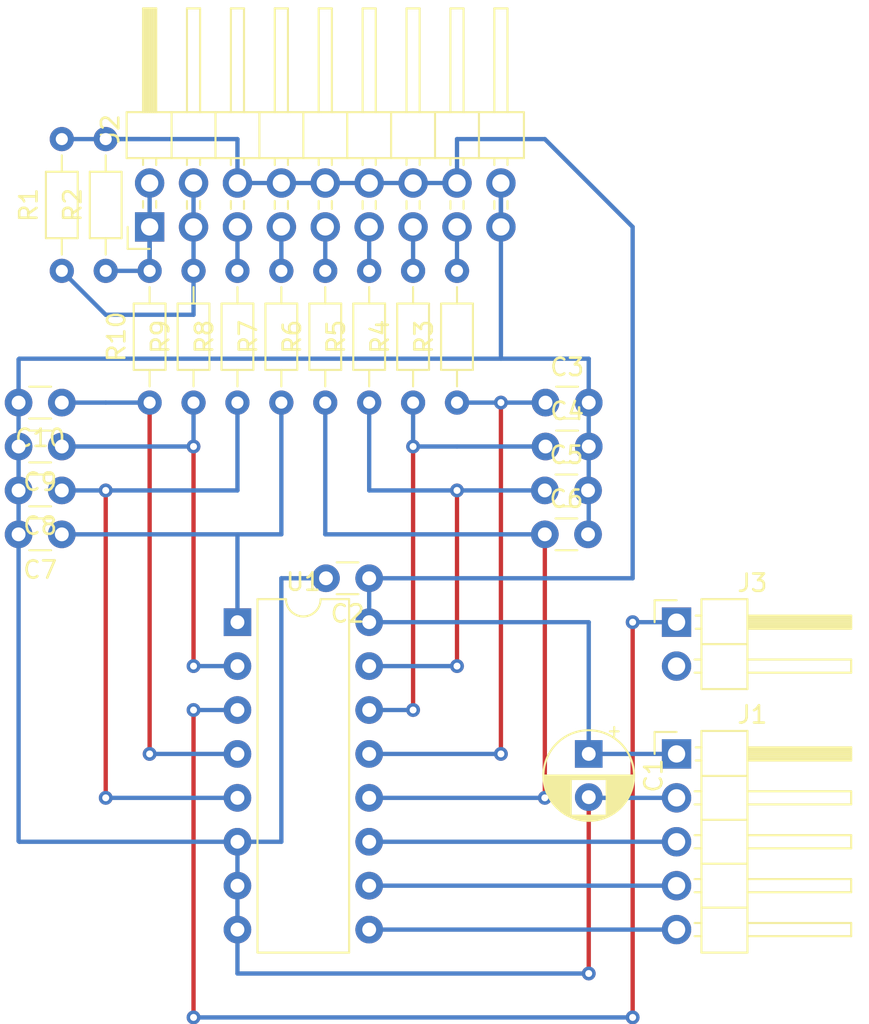
<source format=kicad_pcb>
(kicad_pcb (version 20171130) (host pcbnew 5.1.9-1.fc33)

  (general
    (thickness 1.6)
    (drawings 0)
    (tracks 109)
    (zones 0)
    (modules 24)
    (nets 23)
  )

  (page A4)
  (layers
    (0 F.Cu signal)
    (31 B.Cu signal)
    (32 B.Adhes user)
    (33 F.Adhes user)
    (34 B.Paste user)
    (35 F.Paste user)
    (36 B.SilkS user)
    (37 F.SilkS user)
    (38 B.Mask user)
    (39 F.Mask user)
    (40 Dwgs.User user)
    (41 Cmts.User user)
    (42 Eco1.User user)
    (43 Eco2.User user)
    (44 Edge.Cuts user)
    (45 Margin user)
    (46 B.CrtYd user)
    (47 F.CrtYd user)
    (48 B.Fab user)
    (49 F.Fab user)
  )

  (setup
    (last_trace_width 0.25)
    (trace_clearance 0.2)
    (zone_clearance 0.508)
    (zone_45_only no)
    (trace_min 0.2)
    (via_size 0.8)
    (via_drill 0.4)
    (via_min_size 0.4)
    (via_min_drill 0.3)
    (uvia_size 0.3)
    (uvia_drill 0.1)
    (uvias_allowed no)
    (uvia_min_size 0.2)
    (uvia_min_drill 0.1)
    (edge_width 0.05)
    (segment_width 0.2)
    (pcb_text_width 0.3)
    (pcb_text_size 1.5 1.5)
    (mod_edge_width 0.12)
    (mod_text_size 1 1)
    (mod_text_width 0.15)
    (pad_size 1.524 1.524)
    (pad_drill 0.762)
    (pad_to_mask_clearance 0)
    (aux_axis_origin 0 0)
    (visible_elements FFFFFF7F)
    (pcbplotparams
      (layerselection 0x010fc_ffffffff)
      (usegerberextensions false)
      (usegerberattributes true)
      (usegerberadvancedattributes true)
      (creategerberjobfile true)
      (excludeedgelayer true)
      (linewidth 0.100000)
      (plotframeref false)
      (viasonmask false)
      (mode 1)
      (useauxorigin false)
      (hpglpennumber 1)
      (hpglpenspeed 20)
      (hpglpendiameter 15.000000)
      (psnegative false)
      (psa4output false)
      (plotreference true)
      (plotvalue true)
      (plotinvisibletext false)
      (padsonsilk false)
      (subtractmaskfromsilk false)
      (outputformat 1)
      (mirror false)
      (drillshape 1)
      (scaleselection 1)
      (outputdirectory ""))
  )

  (net 0 "")
  (net 1 VDD)
  (net 2 GND)
  (net 3 "Net-(J1-Pad3)")
  (net 4 "Net-(J1-Pad4)")
  (net 5 "Net-(J1-Pad5)")
  (net 6 "Net-(J2-Pad5)")
  (net 7 "Net-(J2-Pad7)")
  (net 8 "Net-(J3-Pad1)")
  (net 9 "Net-(J2-Pad15)")
  (net 10 "Net-(J2-Pad13)")
  (net 11 "Net-(J2-Pad11)")
  (net 12 "Net-(J2-Pad9)")
  (net 13 "Net-(C3-Pad1)")
  (net 14 "Net-(C4-Pad1)")
  (net 15 "Net-(C5-Pad1)")
  (net 16 "Net-(C6-Pad1)")
  (net 17 "Net-(C7-Pad1)")
  (net 18 "Net-(C8-Pad1)")
  (net 19 "Net-(C9-Pad1)")
  (net 20 "Net-(C10-Pad1)")
  (net 21 "Net-(J2-Pad3)")
  (net 22 "Net-(J2-Pad1)")

  (net_class Default "This is the default net class."
    (clearance 0.2)
    (trace_width 0.25)
    (via_dia 0.8)
    (via_drill 0.4)
    (uvia_dia 0.3)
    (uvia_drill 0.1)
    (add_net GND)
    (add_net "Net-(C10-Pad1)")
    (add_net "Net-(C3-Pad1)")
    (add_net "Net-(C4-Pad1)")
    (add_net "Net-(C5-Pad1)")
    (add_net "Net-(C6-Pad1)")
    (add_net "Net-(C7-Pad1)")
    (add_net "Net-(C8-Pad1)")
    (add_net "Net-(C9-Pad1)")
    (add_net "Net-(J1-Pad3)")
    (add_net "Net-(J1-Pad4)")
    (add_net "Net-(J1-Pad5)")
    (add_net "Net-(J2-Pad1)")
    (add_net "Net-(J2-Pad11)")
    (add_net "Net-(J2-Pad13)")
    (add_net "Net-(J2-Pad15)")
    (add_net "Net-(J2-Pad3)")
    (add_net "Net-(J2-Pad5)")
    (add_net "Net-(J2-Pad7)")
    (add_net "Net-(J2-Pad9)")
    (add_net "Net-(J3-Pad1)")
    (add_net "Net-(J3-Pad2)")
    (add_net VDD)
  )

  (module Resistor_THT:R_Axial_DIN0204_L3.6mm_D1.6mm_P7.62mm_Horizontal (layer F.Cu) (tedit 5AE5139B) (tstamp 60354C7E)
    (at 119.38 63.5 90)
    (descr "Resistor, Axial_DIN0204 series, Axial, Horizontal, pin pitch=7.62mm, 0.167W, length*diameter=3.6*1.6mm^2, http://cdn-reichelt.de/documents/datenblatt/B400/1_4W%23YAG.pdf")
    (tags "Resistor Axial_DIN0204 series Axial Horizontal pin pitch 7.62mm 0.167W length 3.6mm diameter 1.6mm")
    (path /603C2094)
    (fp_text reference R7 (at 3.81 -1.92 90) (layer F.SilkS)
      (effects (font (size 1 1) (thickness 0.15)))
    )
    (fp_text value 10k (at 3.81 1.92 90) (layer F.Fab)
      (effects (font (size 1 1) (thickness 0.15)))
    )
    (fp_line (start 8.57 -1.05) (end -0.95 -1.05) (layer F.CrtYd) (width 0.05))
    (fp_line (start 8.57 1.05) (end 8.57 -1.05) (layer F.CrtYd) (width 0.05))
    (fp_line (start -0.95 1.05) (end 8.57 1.05) (layer F.CrtYd) (width 0.05))
    (fp_line (start -0.95 -1.05) (end -0.95 1.05) (layer F.CrtYd) (width 0.05))
    (fp_line (start 6.68 0) (end 5.73 0) (layer F.SilkS) (width 0.12))
    (fp_line (start 0.94 0) (end 1.89 0) (layer F.SilkS) (width 0.12))
    (fp_line (start 5.73 -0.92) (end 1.89 -0.92) (layer F.SilkS) (width 0.12))
    (fp_line (start 5.73 0.92) (end 5.73 -0.92) (layer F.SilkS) (width 0.12))
    (fp_line (start 1.89 0.92) (end 5.73 0.92) (layer F.SilkS) (width 0.12))
    (fp_line (start 1.89 -0.92) (end 1.89 0.92) (layer F.SilkS) (width 0.12))
    (fp_line (start 7.62 0) (end 5.61 0) (layer F.Fab) (width 0.1))
    (fp_line (start 0 0) (end 2.01 0) (layer F.Fab) (width 0.1))
    (fp_line (start 5.61 -0.8) (end 2.01 -0.8) (layer F.Fab) (width 0.1))
    (fp_line (start 5.61 0.8) (end 5.61 -0.8) (layer F.Fab) (width 0.1))
    (fp_line (start 2.01 0.8) (end 5.61 0.8) (layer F.Fab) (width 0.1))
    (fp_line (start 2.01 -0.8) (end 2.01 0.8) (layer F.Fab) (width 0.1))
    (fp_text user %R (at 3.81 0 90) (layer F.Fab)
      (effects (font (size 0.72 0.72) (thickness 0.108)))
    )
    (pad 1 thru_hole circle (at 0 0 90) (size 1.4 1.4) (drill 0.7) (layers *.Cu *.Mask)
      (net 17 "Net-(C7-Pad1)"))
    (pad 2 thru_hole oval (at 7.62 0 90) (size 1.4 1.4) (drill 0.7) (layers *.Cu *.Mask)
      (net 7 "Net-(J2-Pad7)"))
    (model ${KISYS3DMOD}/Resistor_THT.3dshapes/R_Axial_DIN0204_L3.6mm_D1.6mm_P7.62mm_Horizontal.wrl
      (at (xyz 0 0 0))
      (scale (xyz 1 1 1))
      (rotate (xyz 0 0 0))
    )
  )

  (module Connector_PinHeader_2.54mm:PinHeader_2x09_P2.54mm_Horizontal (layer F.Cu) (tedit 59FED5CB) (tstamp 60354486)
    (at 111.76 53.34 90)
    (descr "Through hole angled pin header, 2x09, 2.54mm pitch, 6mm pin length, double rows")
    (tags "Through hole angled pin header THT 2x09 2.54mm double row")
    (path /6036C112)
    (fp_text reference J2 (at 5.655 -2.27 90) (layer F.SilkS)
      (effects (font (size 1 1) (thickness 0.15)))
    )
    (fp_text value 0.1u (at 5.655 22.59 90) (layer F.Fab)
      (effects (font (size 1 1) (thickness 0.15)))
    )
    (fp_line (start 13.1 -1.8) (end -1.8 -1.8) (layer F.CrtYd) (width 0.05))
    (fp_line (start 13.1 22.1) (end 13.1 -1.8) (layer F.CrtYd) (width 0.05))
    (fp_line (start -1.8 22.1) (end 13.1 22.1) (layer F.CrtYd) (width 0.05))
    (fp_line (start -1.8 -1.8) (end -1.8 22.1) (layer F.CrtYd) (width 0.05))
    (fp_line (start -1.27 -1.27) (end 0 -1.27) (layer F.SilkS) (width 0.12))
    (fp_line (start -1.27 0) (end -1.27 -1.27) (layer F.SilkS) (width 0.12))
    (fp_line (start 1.042929 20.7) (end 1.497071 20.7) (layer F.SilkS) (width 0.12))
    (fp_line (start 1.042929 19.94) (end 1.497071 19.94) (layer F.SilkS) (width 0.12))
    (fp_line (start 3.582929 20.7) (end 3.98 20.7) (layer F.SilkS) (width 0.12))
    (fp_line (start 3.582929 19.94) (end 3.98 19.94) (layer F.SilkS) (width 0.12))
    (fp_line (start 12.64 20.7) (end 6.64 20.7) (layer F.SilkS) (width 0.12))
    (fp_line (start 12.64 19.94) (end 12.64 20.7) (layer F.SilkS) (width 0.12))
    (fp_line (start 6.64 19.94) (end 12.64 19.94) (layer F.SilkS) (width 0.12))
    (fp_line (start 3.98 19.05) (end 6.64 19.05) (layer F.SilkS) (width 0.12))
    (fp_line (start 1.042929 18.16) (end 1.497071 18.16) (layer F.SilkS) (width 0.12))
    (fp_line (start 1.042929 17.4) (end 1.497071 17.4) (layer F.SilkS) (width 0.12))
    (fp_line (start 3.582929 18.16) (end 3.98 18.16) (layer F.SilkS) (width 0.12))
    (fp_line (start 3.582929 17.4) (end 3.98 17.4) (layer F.SilkS) (width 0.12))
    (fp_line (start 12.64 18.16) (end 6.64 18.16) (layer F.SilkS) (width 0.12))
    (fp_line (start 12.64 17.4) (end 12.64 18.16) (layer F.SilkS) (width 0.12))
    (fp_line (start 6.64 17.4) (end 12.64 17.4) (layer F.SilkS) (width 0.12))
    (fp_line (start 3.98 16.51) (end 6.64 16.51) (layer F.SilkS) (width 0.12))
    (fp_line (start 1.042929 15.62) (end 1.497071 15.62) (layer F.SilkS) (width 0.12))
    (fp_line (start 1.042929 14.86) (end 1.497071 14.86) (layer F.SilkS) (width 0.12))
    (fp_line (start 3.582929 15.62) (end 3.98 15.62) (layer F.SilkS) (width 0.12))
    (fp_line (start 3.582929 14.86) (end 3.98 14.86) (layer F.SilkS) (width 0.12))
    (fp_line (start 12.64 15.62) (end 6.64 15.62) (layer F.SilkS) (width 0.12))
    (fp_line (start 12.64 14.86) (end 12.64 15.62) (layer F.SilkS) (width 0.12))
    (fp_line (start 6.64 14.86) (end 12.64 14.86) (layer F.SilkS) (width 0.12))
    (fp_line (start 3.98 13.97) (end 6.64 13.97) (layer F.SilkS) (width 0.12))
    (fp_line (start 1.042929 13.08) (end 1.497071 13.08) (layer F.SilkS) (width 0.12))
    (fp_line (start 1.042929 12.32) (end 1.497071 12.32) (layer F.SilkS) (width 0.12))
    (fp_line (start 3.582929 13.08) (end 3.98 13.08) (layer F.SilkS) (width 0.12))
    (fp_line (start 3.582929 12.32) (end 3.98 12.32) (layer F.SilkS) (width 0.12))
    (fp_line (start 12.64 13.08) (end 6.64 13.08) (layer F.SilkS) (width 0.12))
    (fp_line (start 12.64 12.32) (end 12.64 13.08) (layer F.SilkS) (width 0.12))
    (fp_line (start 6.64 12.32) (end 12.64 12.32) (layer F.SilkS) (width 0.12))
    (fp_line (start 3.98 11.43) (end 6.64 11.43) (layer F.SilkS) (width 0.12))
    (fp_line (start 1.042929 10.54) (end 1.497071 10.54) (layer F.SilkS) (width 0.12))
    (fp_line (start 1.042929 9.78) (end 1.497071 9.78) (layer F.SilkS) (width 0.12))
    (fp_line (start 3.582929 10.54) (end 3.98 10.54) (layer F.SilkS) (width 0.12))
    (fp_line (start 3.582929 9.78) (end 3.98 9.78) (layer F.SilkS) (width 0.12))
    (fp_line (start 12.64 10.54) (end 6.64 10.54) (layer F.SilkS) (width 0.12))
    (fp_line (start 12.64 9.78) (end 12.64 10.54) (layer F.SilkS) (width 0.12))
    (fp_line (start 6.64 9.78) (end 12.64 9.78) (layer F.SilkS) (width 0.12))
    (fp_line (start 3.98 8.89) (end 6.64 8.89) (layer F.SilkS) (width 0.12))
    (fp_line (start 1.042929 8) (end 1.497071 8) (layer F.SilkS) (width 0.12))
    (fp_line (start 1.042929 7.24) (end 1.497071 7.24) (layer F.SilkS) (width 0.12))
    (fp_line (start 3.582929 8) (end 3.98 8) (layer F.SilkS) (width 0.12))
    (fp_line (start 3.582929 7.24) (end 3.98 7.24) (layer F.SilkS) (width 0.12))
    (fp_line (start 12.64 8) (end 6.64 8) (layer F.SilkS) (width 0.12))
    (fp_line (start 12.64 7.24) (end 12.64 8) (layer F.SilkS) (width 0.12))
    (fp_line (start 6.64 7.24) (end 12.64 7.24) (layer F.SilkS) (width 0.12))
    (fp_line (start 3.98 6.35) (end 6.64 6.35) (layer F.SilkS) (width 0.12))
    (fp_line (start 1.042929 5.46) (end 1.497071 5.46) (layer F.SilkS) (width 0.12))
    (fp_line (start 1.042929 4.7) (end 1.497071 4.7) (layer F.SilkS) (width 0.12))
    (fp_line (start 3.582929 5.46) (end 3.98 5.46) (layer F.SilkS) (width 0.12))
    (fp_line (start 3.582929 4.7) (end 3.98 4.7) (layer F.SilkS) (width 0.12))
    (fp_line (start 12.64 5.46) (end 6.64 5.46) (layer F.SilkS) (width 0.12))
    (fp_line (start 12.64 4.7) (end 12.64 5.46) (layer F.SilkS) (width 0.12))
    (fp_line (start 6.64 4.7) (end 12.64 4.7) (layer F.SilkS) (width 0.12))
    (fp_line (start 3.98 3.81) (end 6.64 3.81) (layer F.SilkS) (width 0.12))
    (fp_line (start 1.042929 2.92) (end 1.497071 2.92) (layer F.SilkS) (width 0.12))
    (fp_line (start 1.042929 2.16) (end 1.497071 2.16) (layer F.SilkS) (width 0.12))
    (fp_line (start 3.582929 2.92) (end 3.98 2.92) (layer F.SilkS) (width 0.12))
    (fp_line (start 3.582929 2.16) (end 3.98 2.16) (layer F.SilkS) (width 0.12))
    (fp_line (start 12.64 2.92) (end 6.64 2.92) (layer F.SilkS) (width 0.12))
    (fp_line (start 12.64 2.16) (end 12.64 2.92) (layer F.SilkS) (width 0.12))
    (fp_line (start 6.64 2.16) (end 12.64 2.16) (layer F.SilkS) (width 0.12))
    (fp_line (start 3.98 1.27) (end 6.64 1.27) (layer F.SilkS) (width 0.12))
    (fp_line (start 1.11 0.38) (end 1.497071 0.38) (layer F.SilkS) (width 0.12))
    (fp_line (start 1.11 -0.38) (end 1.497071 -0.38) (layer F.SilkS) (width 0.12))
    (fp_line (start 3.582929 0.38) (end 3.98 0.38) (layer F.SilkS) (width 0.12))
    (fp_line (start 3.582929 -0.38) (end 3.98 -0.38) (layer F.SilkS) (width 0.12))
    (fp_line (start 6.64 0.28) (end 12.64 0.28) (layer F.SilkS) (width 0.12))
    (fp_line (start 6.64 0.16) (end 12.64 0.16) (layer F.SilkS) (width 0.12))
    (fp_line (start 6.64 0.04) (end 12.64 0.04) (layer F.SilkS) (width 0.12))
    (fp_line (start 6.64 -0.08) (end 12.64 -0.08) (layer F.SilkS) (width 0.12))
    (fp_line (start 6.64 -0.2) (end 12.64 -0.2) (layer F.SilkS) (width 0.12))
    (fp_line (start 6.64 -0.32) (end 12.64 -0.32) (layer F.SilkS) (width 0.12))
    (fp_line (start 12.64 0.38) (end 6.64 0.38) (layer F.SilkS) (width 0.12))
    (fp_line (start 12.64 -0.38) (end 12.64 0.38) (layer F.SilkS) (width 0.12))
    (fp_line (start 6.64 -0.38) (end 12.64 -0.38) (layer F.SilkS) (width 0.12))
    (fp_line (start 6.64 -1.33) (end 3.98 -1.33) (layer F.SilkS) (width 0.12))
    (fp_line (start 6.64 21.65) (end 6.64 -1.33) (layer F.SilkS) (width 0.12))
    (fp_line (start 3.98 21.65) (end 6.64 21.65) (layer F.SilkS) (width 0.12))
    (fp_line (start 3.98 -1.33) (end 3.98 21.65) (layer F.SilkS) (width 0.12))
    (fp_line (start 6.58 20.64) (end 12.58 20.64) (layer F.Fab) (width 0.1))
    (fp_line (start 12.58 20) (end 12.58 20.64) (layer F.Fab) (width 0.1))
    (fp_line (start 6.58 20) (end 12.58 20) (layer F.Fab) (width 0.1))
    (fp_line (start -0.32 20.64) (end 4.04 20.64) (layer F.Fab) (width 0.1))
    (fp_line (start -0.32 20) (end -0.32 20.64) (layer F.Fab) (width 0.1))
    (fp_line (start -0.32 20) (end 4.04 20) (layer F.Fab) (width 0.1))
    (fp_line (start 6.58 18.1) (end 12.58 18.1) (layer F.Fab) (width 0.1))
    (fp_line (start 12.58 17.46) (end 12.58 18.1) (layer F.Fab) (width 0.1))
    (fp_line (start 6.58 17.46) (end 12.58 17.46) (layer F.Fab) (width 0.1))
    (fp_line (start -0.32 18.1) (end 4.04 18.1) (layer F.Fab) (width 0.1))
    (fp_line (start -0.32 17.46) (end -0.32 18.1) (layer F.Fab) (width 0.1))
    (fp_line (start -0.32 17.46) (end 4.04 17.46) (layer F.Fab) (width 0.1))
    (fp_line (start 6.58 15.56) (end 12.58 15.56) (layer F.Fab) (width 0.1))
    (fp_line (start 12.58 14.92) (end 12.58 15.56) (layer F.Fab) (width 0.1))
    (fp_line (start 6.58 14.92) (end 12.58 14.92) (layer F.Fab) (width 0.1))
    (fp_line (start -0.32 15.56) (end 4.04 15.56) (layer F.Fab) (width 0.1))
    (fp_line (start -0.32 14.92) (end -0.32 15.56) (layer F.Fab) (width 0.1))
    (fp_line (start -0.32 14.92) (end 4.04 14.92) (layer F.Fab) (width 0.1))
    (fp_line (start 6.58 13.02) (end 12.58 13.02) (layer F.Fab) (width 0.1))
    (fp_line (start 12.58 12.38) (end 12.58 13.02) (layer F.Fab) (width 0.1))
    (fp_line (start 6.58 12.38) (end 12.58 12.38) (layer F.Fab) (width 0.1))
    (fp_line (start -0.32 13.02) (end 4.04 13.02) (layer F.Fab) (width 0.1))
    (fp_line (start -0.32 12.38) (end -0.32 13.02) (layer F.Fab) (width 0.1))
    (fp_line (start -0.32 12.38) (end 4.04 12.38) (layer F.Fab) (width 0.1))
    (fp_line (start 6.58 10.48) (end 12.58 10.48) (layer F.Fab) (width 0.1))
    (fp_line (start 12.58 9.84) (end 12.58 10.48) (layer F.Fab) (width 0.1))
    (fp_line (start 6.58 9.84) (end 12.58 9.84) (layer F.Fab) (width 0.1))
    (fp_line (start -0.32 10.48) (end 4.04 10.48) (layer F.Fab) (width 0.1))
    (fp_line (start -0.32 9.84) (end -0.32 10.48) (layer F.Fab) (width 0.1))
    (fp_line (start -0.32 9.84) (end 4.04 9.84) (layer F.Fab) (width 0.1))
    (fp_line (start 6.58 7.94) (end 12.58 7.94) (layer F.Fab) (width 0.1))
    (fp_line (start 12.58 7.3) (end 12.58 7.94) (layer F.Fab) (width 0.1))
    (fp_line (start 6.58 7.3) (end 12.58 7.3) (layer F.Fab) (width 0.1))
    (fp_line (start -0.32 7.94) (end 4.04 7.94) (layer F.Fab) (width 0.1))
    (fp_line (start -0.32 7.3) (end -0.32 7.94) (layer F.Fab) (width 0.1))
    (fp_line (start -0.32 7.3) (end 4.04 7.3) (layer F.Fab) (width 0.1))
    (fp_line (start 6.58 5.4) (end 12.58 5.4) (layer F.Fab) (width 0.1))
    (fp_line (start 12.58 4.76) (end 12.58 5.4) (layer F.Fab) (width 0.1))
    (fp_line (start 6.58 4.76) (end 12.58 4.76) (layer F.Fab) (width 0.1))
    (fp_line (start -0.32 5.4) (end 4.04 5.4) (layer F.Fab) (width 0.1))
    (fp_line (start -0.32 4.76) (end -0.32 5.4) (layer F.Fab) (width 0.1))
    (fp_line (start -0.32 4.76) (end 4.04 4.76) (layer F.Fab) (width 0.1))
    (fp_line (start 6.58 2.86) (end 12.58 2.86) (layer F.Fab) (width 0.1))
    (fp_line (start 12.58 2.22) (end 12.58 2.86) (layer F.Fab) (width 0.1))
    (fp_line (start 6.58 2.22) (end 12.58 2.22) (layer F.Fab) (width 0.1))
    (fp_line (start -0.32 2.86) (end 4.04 2.86) (layer F.Fab) (width 0.1))
    (fp_line (start -0.32 2.22) (end -0.32 2.86) (layer F.Fab) (width 0.1))
    (fp_line (start -0.32 2.22) (end 4.04 2.22) (layer F.Fab) (width 0.1))
    (fp_line (start 6.58 0.32) (end 12.58 0.32) (layer F.Fab) (width 0.1))
    (fp_line (start 12.58 -0.32) (end 12.58 0.32) (layer F.Fab) (width 0.1))
    (fp_line (start 6.58 -0.32) (end 12.58 -0.32) (layer F.Fab) (width 0.1))
    (fp_line (start -0.32 0.32) (end 4.04 0.32) (layer F.Fab) (width 0.1))
    (fp_line (start -0.32 -0.32) (end -0.32 0.32) (layer F.Fab) (width 0.1))
    (fp_line (start -0.32 -0.32) (end 4.04 -0.32) (layer F.Fab) (width 0.1))
    (fp_line (start 4.04 -0.635) (end 4.675 -1.27) (layer F.Fab) (width 0.1))
    (fp_line (start 4.04 21.59) (end 4.04 -0.635) (layer F.Fab) (width 0.1))
    (fp_line (start 6.58 21.59) (end 4.04 21.59) (layer F.Fab) (width 0.1))
    (fp_line (start 6.58 -1.27) (end 6.58 21.59) (layer F.Fab) (width 0.1))
    (fp_line (start 4.675 -1.27) (end 6.58 -1.27) (layer F.Fab) (width 0.1))
    (fp_text user %R (at 5.31 10.16) (layer F.Fab)
      (effects (font (size 1 1) (thickness 0.15)))
    )
    (pad 18 thru_hole oval (at 2.54 20.32 90) (size 1.7 1.7) (drill 1) (layers *.Cu *.Mask)
      (net 2 GND))
    (pad 17 thru_hole oval (at 0 20.32 90) (size 1.7 1.7) (drill 1) (layers *.Cu *.Mask)
      (net 2 GND))
    (pad 16 thru_hole oval (at 2.54 17.78 90) (size 1.7 1.7) (drill 1) (layers *.Cu *.Mask)
      (net 1 VDD))
    (pad 15 thru_hole oval (at 0 17.78 90) (size 1.7 1.7) (drill 1) (layers *.Cu *.Mask)
      (net 9 "Net-(J2-Pad15)"))
    (pad 14 thru_hole oval (at 2.54 15.24 90) (size 1.7 1.7) (drill 1) (layers *.Cu *.Mask)
      (net 1 VDD))
    (pad 13 thru_hole oval (at 0 15.24 90) (size 1.7 1.7) (drill 1) (layers *.Cu *.Mask)
      (net 10 "Net-(J2-Pad13)"))
    (pad 12 thru_hole oval (at 2.54 12.7 90) (size 1.7 1.7) (drill 1) (layers *.Cu *.Mask)
      (net 1 VDD))
    (pad 11 thru_hole oval (at 0 12.7 90) (size 1.7 1.7) (drill 1) (layers *.Cu *.Mask)
      (net 11 "Net-(J2-Pad11)"))
    (pad 10 thru_hole oval (at 2.54 10.16 90) (size 1.7 1.7) (drill 1) (layers *.Cu *.Mask)
      (net 1 VDD))
    (pad 9 thru_hole oval (at 0 10.16 90) (size 1.7 1.7) (drill 1) (layers *.Cu *.Mask)
      (net 12 "Net-(J2-Pad9)"))
    (pad 8 thru_hole oval (at 2.54 7.62 90) (size 1.7 1.7) (drill 1) (layers *.Cu *.Mask)
      (net 1 VDD))
    (pad 7 thru_hole oval (at 0 7.62 90) (size 1.7 1.7) (drill 1) (layers *.Cu *.Mask)
      (net 7 "Net-(J2-Pad7)"))
    (pad 6 thru_hole oval (at 2.54 5.08 90) (size 1.7 1.7) (drill 1) (layers *.Cu *.Mask)
      (net 1 VDD))
    (pad 5 thru_hole oval (at 0 5.08 90) (size 1.7 1.7) (drill 1) (layers *.Cu *.Mask)
      (net 6 "Net-(J2-Pad5)"))
    (pad 4 thru_hole oval (at 2.54 2.54 90) (size 1.7 1.7) (drill 1) (layers *.Cu *.Mask)
      (net 21 "Net-(J2-Pad3)"))
    (pad 3 thru_hole oval (at 0 2.54 90) (size 1.7 1.7) (drill 1) (layers *.Cu *.Mask)
      (net 21 "Net-(J2-Pad3)"))
    (pad 2 thru_hole oval (at 2.54 0 90) (size 1.7 1.7) (drill 1) (layers *.Cu *.Mask)
      (net 22 "Net-(J2-Pad1)"))
    (pad 1 thru_hole rect (at 0 0 90) (size 1.7 1.7) (drill 1) (layers *.Cu *.Mask)
      (net 22 "Net-(J2-Pad1)"))
    (model ${KISYS3DMOD}/Connector_PinHeader_2.54mm.3dshapes/PinHeader_2x09_P2.54mm_Horizontal.wrl
      (at (xyz 0 0 0))
      (scale (xyz 1 1 1))
      (rotate (xyz 0 0 0))
    )
  )

  (module Resistor_THT:R_Axial_DIN0204_L3.6mm_D1.6mm_P7.62mm_Horizontal (layer F.Cu) (tedit 5AE5139B) (tstamp 603530C4)
    (at 111.76 63.5 90)
    (descr "Resistor, Axial_DIN0204 series, Axial, Horizontal, pin pitch=7.62mm, 0.167W, length*diameter=3.6*1.6mm^2, http://cdn-reichelt.de/documents/datenblatt/B400/1_4W%23YAG.pdf")
    (tags "Resistor Axial_DIN0204 series Axial Horizontal pin pitch 7.62mm 0.167W length 3.6mm diameter 1.6mm")
    (path /603C3012)
    (fp_text reference R10 (at 3.81 -1.92 90) (layer F.SilkS)
      (effects (font (size 1 1) (thickness 0.15)))
    )
    (fp_text value 10k (at 3.81 1.92 90) (layer F.Fab)
      (effects (font (size 1 1) (thickness 0.15)))
    )
    (fp_line (start 8.57 -1.05) (end -0.95 -1.05) (layer F.CrtYd) (width 0.05))
    (fp_line (start 8.57 1.05) (end 8.57 -1.05) (layer F.CrtYd) (width 0.05))
    (fp_line (start -0.95 1.05) (end 8.57 1.05) (layer F.CrtYd) (width 0.05))
    (fp_line (start -0.95 -1.05) (end -0.95 1.05) (layer F.CrtYd) (width 0.05))
    (fp_line (start 6.68 0) (end 5.73 0) (layer F.SilkS) (width 0.12))
    (fp_line (start 0.94 0) (end 1.89 0) (layer F.SilkS) (width 0.12))
    (fp_line (start 5.73 -0.92) (end 1.89 -0.92) (layer F.SilkS) (width 0.12))
    (fp_line (start 5.73 0.92) (end 5.73 -0.92) (layer F.SilkS) (width 0.12))
    (fp_line (start 1.89 0.92) (end 5.73 0.92) (layer F.SilkS) (width 0.12))
    (fp_line (start 1.89 -0.92) (end 1.89 0.92) (layer F.SilkS) (width 0.12))
    (fp_line (start 7.62 0) (end 5.61 0) (layer F.Fab) (width 0.1))
    (fp_line (start 0 0) (end 2.01 0) (layer F.Fab) (width 0.1))
    (fp_line (start 5.61 -0.8) (end 2.01 -0.8) (layer F.Fab) (width 0.1))
    (fp_line (start 5.61 0.8) (end 5.61 -0.8) (layer F.Fab) (width 0.1))
    (fp_line (start 2.01 0.8) (end 5.61 0.8) (layer F.Fab) (width 0.1))
    (fp_line (start 2.01 -0.8) (end 2.01 0.8) (layer F.Fab) (width 0.1))
    (fp_text user %R (at 3.81 0 90) (layer F.Fab)
      (effects (font (size 0.72 0.72) (thickness 0.108)))
    )
    (pad 2 thru_hole oval (at 7.62 0 90) (size 1.4 1.4) (drill 0.7) (layers *.Cu *.Mask)
      (net 22 "Net-(J2-Pad1)"))
    (pad 1 thru_hole circle (at 0 0 90) (size 1.4 1.4) (drill 0.7) (layers *.Cu *.Mask)
      (net 20 "Net-(C10-Pad1)"))
    (model ${KISYS3DMOD}/Resistor_THT.3dshapes/R_Axial_DIN0204_L3.6mm_D1.6mm_P7.62mm_Horizontal.wrl
      (at (xyz 0 0 0))
      (scale (xyz 1 1 1))
      (rotate (xyz 0 0 0))
    )
  )

  (module Resistor_THT:R_Axial_DIN0204_L3.6mm_D1.6mm_P7.62mm_Horizontal (layer F.Cu) (tedit 5AE5139B) (tstamp 603530AD)
    (at 114.3 63.5 90)
    (descr "Resistor, Axial_DIN0204 series, Axial, Horizontal, pin pitch=7.62mm, 0.167W, length*diameter=3.6*1.6mm^2, http://cdn-reichelt.de/documents/datenblatt/B400/1_4W%23YAG.pdf")
    (tags "Resistor Axial_DIN0204 series Axial Horizontal pin pitch 7.62mm 0.167W length 3.6mm diameter 1.6mm")
    (path /603C2B0C)
    (fp_text reference R9 (at 3.81 -1.92 90) (layer F.SilkS)
      (effects (font (size 1 1) (thickness 0.15)))
    )
    (fp_text value 10k (at 3.81 1.92 90) (layer F.Fab)
      (effects (font (size 1 1) (thickness 0.15)))
    )
    (fp_line (start 8.57 -1.05) (end -0.95 -1.05) (layer F.CrtYd) (width 0.05))
    (fp_line (start 8.57 1.05) (end 8.57 -1.05) (layer F.CrtYd) (width 0.05))
    (fp_line (start -0.95 1.05) (end 8.57 1.05) (layer F.CrtYd) (width 0.05))
    (fp_line (start -0.95 -1.05) (end -0.95 1.05) (layer F.CrtYd) (width 0.05))
    (fp_line (start 6.68 0) (end 5.73 0) (layer F.SilkS) (width 0.12))
    (fp_line (start 0.94 0) (end 1.89 0) (layer F.SilkS) (width 0.12))
    (fp_line (start 5.73 -0.92) (end 1.89 -0.92) (layer F.SilkS) (width 0.12))
    (fp_line (start 5.73 0.92) (end 5.73 -0.92) (layer F.SilkS) (width 0.12))
    (fp_line (start 1.89 0.92) (end 5.73 0.92) (layer F.SilkS) (width 0.12))
    (fp_line (start 1.89 -0.92) (end 1.89 0.92) (layer F.SilkS) (width 0.12))
    (fp_line (start 7.62 0) (end 5.61 0) (layer F.Fab) (width 0.1))
    (fp_line (start 0 0) (end 2.01 0) (layer F.Fab) (width 0.1))
    (fp_line (start 5.61 -0.8) (end 2.01 -0.8) (layer F.Fab) (width 0.1))
    (fp_line (start 5.61 0.8) (end 5.61 -0.8) (layer F.Fab) (width 0.1))
    (fp_line (start 2.01 0.8) (end 5.61 0.8) (layer F.Fab) (width 0.1))
    (fp_line (start 2.01 -0.8) (end 2.01 0.8) (layer F.Fab) (width 0.1))
    (fp_text user %R (at 3.81 0 90) (layer F.Fab)
      (effects (font (size 0.72 0.72) (thickness 0.108)))
    )
    (pad 2 thru_hole oval (at 7.62 0 90) (size 1.4 1.4) (drill 0.7) (layers *.Cu *.Mask)
      (net 21 "Net-(J2-Pad3)"))
    (pad 1 thru_hole circle (at 0 0 90) (size 1.4 1.4) (drill 0.7) (layers *.Cu *.Mask)
      (net 19 "Net-(C9-Pad1)"))
    (model ${KISYS3DMOD}/Resistor_THT.3dshapes/R_Axial_DIN0204_L3.6mm_D1.6mm_P7.62mm_Horizontal.wrl
      (at (xyz 0 0 0))
      (scale (xyz 1 1 1))
      (rotate (xyz 0 0 0))
    )
  )

  (module Capacitor_THT:C_Disc_D3.0mm_W1.6mm_P2.50mm (layer F.Cu) (tedit 5AE50EF0) (tstamp 60352E28)
    (at 106.68 63.5 180)
    (descr "C, Disc series, Radial, pin pitch=2.50mm, , diameter*width=3.0*1.6mm^2, Capacitor, http://www.vishay.com/docs/45233/krseries.pdf")
    (tags "C Disc series Radial pin pitch 2.50mm  diameter 3.0mm width 1.6mm Capacitor")
    (path /60383A29)
    (fp_text reference C10 (at 1.25 -2.05) (layer F.SilkS)
      (effects (font (size 1 1) (thickness 0.15)))
    )
    (fp_text value 0.1u (at 1.25 2.05) (layer F.Fab)
      (effects (font (size 1 1) (thickness 0.15)))
    )
    (fp_line (start 3.55 -1.05) (end -1.05 -1.05) (layer F.CrtYd) (width 0.05))
    (fp_line (start 3.55 1.05) (end 3.55 -1.05) (layer F.CrtYd) (width 0.05))
    (fp_line (start -1.05 1.05) (end 3.55 1.05) (layer F.CrtYd) (width 0.05))
    (fp_line (start -1.05 -1.05) (end -1.05 1.05) (layer F.CrtYd) (width 0.05))
    (fp_line (start 0.621 0.92) (end 1.879 0.92) (layer F.SilkS) (width 0.12))
    (fp_line (start 0.621 -0.92) (end 1.879 -0.92) (layer F.SilkS) (width 0.12))
    (fp_line (start 2.75 -0.8) (end -0.25 -0.8) (layer F.Fab) (width 0.1))
    (fp_line (start 2.75 0.8) (end 2.75 -0.8) (layer F.Fab) (width 0.1))
    (fp_line (start -0.25 0.8) (end 2.75 0.8) (layer F.Fab) (width 0.1))
    (fp_line (start -0.25 -0.8) (end -0.25 0.8) (layer F.Fab) (width 0.1))
    (fp_text user %R (at 1.25 0) (layer F.Fab)
      (effects (font (size 0.6 0.6) (thickness 0.09)))
    )
    (pad 2 thru_hole circle (at 2.5 0 180) (size 1.6 1.6) (drill 0.8) (layers *.Cu *.Mask)
      (net 2 GND))
    (pad 1 thru_hole circle (at 0 0 180) (size 1.6 1.6) (drill 0.8) (layers *.Cu *.Mask)
      (net 20 "Net-(C10-Pad1)"))
    (model ${KISYS3DMOD}/Capacitor_THT.3dshapes/C_Disc_D3.0mm_W1.6mm_P2.50mm.wrl
      (at (xyz 0 0 0))
      (scale (xyz 1 1 1))
      (rotate (xyz 0 0 0))
    )
  )

  (module Capacitor_THT:C_Disc_D3.0mm_W1.6mm_P2.50mm (layer F.Cu) (tedit 5AE50EF0) (tstamp 60352E17)
    (at 106.68 66.04 180)
    (descr "C, Disc series, Radial, pin pitch=2.50mm, , diameter*width=3.0*1.6mm^2, Capacitor, http://www.vishay.com/docs/45233/krseries.pdf")
    (tags "C Disc series Radial pin pitch 2.50mm  diameter 3.0mm width 1.6mm Capacitor")
    (path /603837DD)
    (fp_text reference C9 (at 1.25 -2.05) (layer F.SilkS)
      (effects (font (size 1 1) (thickness 0.15)))
    )
    (fp_text value 0.1u (at 1.25 2.05) (layer F.Fab)
      (effects (font (size 1 1) (thickness 0.15)))
    )
    (fp_line (start 3.55 -1.05) (end -1.05 -1.05) (layer F.CrtYd) (width 0.05))
    (fp_line (start 3.55 1.05) (end 3.55 -1.05) (layer F.CrtYd) (width 0.05))
    (fp_line (start -1.05 1.05) (end 3.55 1.05) (layer F.CrtYd) (width 0.05))
    (fp_line (start -1.05 -1.05) (end -1.05 1.05) (layer F.CrtYd) (width 0.05))
    (fp_line (start 0.621 0.92) (end 1.879 0.92) (layer F.SilkS) (width 0.12))
    (fp_line (start 0.621 -0.92) (end 1.879 -0.92) (layer F.SilkS) (width 0.12))
    (fp_line (start 2.75 -0.8) (end -0.25 -0.8) (layer F.Fab) (width 0.1))
    (fp_line (start 2.75 0.8) (end 2.75 -0.8) (layer F.Fab) (width 0.1))
    (fp_line (start -0.25 0.8) (end 2.75 0.8) (layer F.Fab) (width 0.1))
    (fp_line (start -0.25 -0.8) (end -0.25 0.8) (layer F.Fab) (width 0.1))
    (fp_text user %R (at 1.25 0) (layer F.Fab)
      (effects (font (size 0.6 0.6) (thickness 0.09)))
    )
    (pad 2 thru_hole circle (at 2.5 0 180) (size 1.6 1.6) (drill 0.8) (layers *.Cu *.Mask)
      (net 2 GND))
    (pad 1 thru_hole circle (at 0 0 180) (size 1.6 1.6) (drill 0.8) (layers *.Cu *.Mask)
      (net 19 "Net-(C9-Pad1)"))
    (model ${KISYS3DMOD}/Capacitor_THT.3dshapes/C_Disc_D3.0mm_W1.6mm_P2.50mm.wrl
      (at (xyz 0 0 0))
      (scale (xyz 1 1 1))
      (rotate (xyz 0 0 0))
    )
  )

  (module Capacitor_THT:C_Disc_D3.0mm_W1.6mm_P2.50mm (layer F.Cu) (tedit 5AE50EF0) (tstamp 60352E06)
    (at 106.68 68.58 180)
    (descr "C, Disc series, Radial, pin pitch=2.50mm, , diameter*width=3.0*1.6mm^2, Capacitor, http://www.vishay.com/docs/45233/krseries.pdf")
    (tags "C Disc series Radial pin pitch 2.50mm  diameter 3.0mm width 1.6mm Capacitor")
    (path /6038358D)
    (fp_text reference C8 (at 1.25 -2.05) (layer F.SilkS)
      (effects (font (size 1 1) (thickness 0.15)))
    )
    (fp_text value 0.1u (at 1.25 2.05) (layer F.Fab)
      (effects (font (size 1 1) (thickness 0.15)))
    )
    (fp_line (start 3.55 -1.05) (end -1.05 -1.05) (layer F.CrtYd) (width 0.05))
    (fp_line (start 3.55 1.05) (end 3.55 -1.05) (layer F.CrtYd) (width 0.05))
    (fp_line (start -1.05 1.05) (end 3.55 1.05) (layer F.CrtYd) (width 0.05))
    (fp_line (start -1.05 -1.05) (end -1.05 1.05) (layer F.CrtYd) (width 0.05))
    (fp_line (start 0.621 0.92) (end 1.879 0.92) (layer F.SilkS) (width 0.12))
    (fp_line (start 0.621 -0.92) (end 1.879 -0.92) (layer F.SilkS) (width 0.12))
    (fp_line (start 2.75 -0.8) (end -0.25 -0.8) (layer F.Fab) (width 0.1))
    (fp_line (start 2.75 0.8) (end 2.75 -0.8) (layer F.Fab) (width 0.1))
    (fp_line (start -0.25 0.8) (end 2.75 0.8) (layer F.Fab) (width 0.1))
    (fp_line (start -0.25 -0.8) (end -0.25 0.8) (layer F.Fab) (width 0.1))
    (fp_text user %R (at 1.25 0) (layer F.Fab)
      (effects (font (size 0.6 0.6) (thickness 0.09)))
    )
    (pad 2 thru_hole circle (at 2.5 0 180) (size 1.6 1.6) (drill 0.8) (layers *.Cu *.Mask)
      (net 2 GND))
    (pad 1 thru_hole circle (at 0 0 180) (size 1.6 1.6) (drill 0.8) (layers *.Cu *.Mask)
      (net 18 "Net-(C8-Pad1)"))
    (model ${KISYS3DMOD}/Capacitor_THT.3dshapes/C_Disc_D3.0mm_W1.6mm_P2.50mm.wrl
      (at (xyz 0 0 0))
      (scale (xyz 1 1 1))
      (rotate (xyz 0 0 0))
    )
  )

  (module Capacitor_THT:C_Disc_D3.0mm_W1.6mm_P2.50mm (layer F.Cu) (tedit 5AE50EF0) (tstamp 60352DF5)
    (at 106.68 71.12 180)
    (descr "C, Disc series, Radial, pin pitch=2.50mm, , diameter*width=3.0*1.6mm^2, Capacitor, http://www.vishay.com/docs/45233/krseries.pdf")
    (tags "C Disc series Radial pin pitch 2.50mm  diameter 3.0mm width 1.6mm Capacitor")
    (path /6038335D)
    (fp_text reference C7 (at 1.25 -2.05) (layer F.SilkS)
      (effects (font (size 1 1) (thickness 0.15)))
    )
    (fp_text value 0.1u (at 1.25 2.05) (layer F.Fab)
      (effects (font (size 1 1) (thickness 0.15)))
    )
    (fp_line (start 3.55 -1.05) (end -1.05 -1.05) (layer F.CrtYd) (width 0.05))
    (fp_line (start 3.55 1.05) (end 3.55 -1.05) (layer F.CrtYd) (width 0.05))
    (fp_line (start -1.05 1.05) (end 3.55 1.05) (layer F.CrtYd) (width 0.05))
    (fp_line (start -1.05 -1.05) (end -1.05 1.05) (layer F.CrtYd) (width 0.05))
    (fp_line (start 0.621 0.92) (end 1.879 0.92) (layer F.SilkS) (width 0.12))
    (fp_line (start 0.621 -0.92) (end 1.879 -0.92) (layer F.SilkS) (width 0.12))
    (fp_line (start 2.75 -0.8) (end -0.25 -0.8) (layer F.Fab) (width 0.1))
    (fp_line (start 2.75 0.8) (end 2.75 -0.8) (layer F.Fab) (width 0.1))
    (fp_line (start -0.25 0.8) (end 2.75 0.8) (layer F.Fab) (width 0.1))
    (fp_line (start -0.25 -0.8) (end -0.25 0.8) (layer F.Fab) (width 0.1))
    (fp_text user %R (at 1.25 0) (layer F.Fab)
      (effects (font (size 0.6 0.6) (thickness 0.09)))
    )
    (pad 2 thru_hole circle (at 2.5 0 180) (size 1.6 1.6) (drill 0.8) (layers *.Cu *.Mask)
      (net 2 GND))
    (pad 1 thru_hole circle (at 0 0 180) (size 1.6 1.6) (drill 0.8) (layers *.Cu *.Mask)
      (net 17 "Net-(C7-Pad1)"))
    (model ${KISYS3DMOD}/Capacitor_THT.3dshapes/C_Disc_D3.0mm_W1.6mm_P2.50mm.wrl
      (at (xyz 0 0 0))
      (scale (xyz 1 1 1))
      (rotate (xyz 0 0 0))
    )
  )

  (module Capacitor_THT:C_Disc_D3.0mm_W1.6mm_P2.50mm (layer F.Cu) (tedit 5AE50EF0) (tstamp 603548E7)
    (at 134.62 71.12)
    (descr "C, Disc series, Radial, pin pitch=2.50mm, , diameter*width=3.0*1.6mm^2, Capacitor, http://www.vishay.com/docs/45233/krseries.pdf")
    (tags "C Disc series Radial pin pitch 2.50mm  diameter 3.0mm width 1.6mm Capacitor")
    (path /6038313B)
    (fp_text reference C6 (at 1.25 -2.05) (layer F.SilkS)
      (effects (font (size 1 1) (thickness 0.15)))
    )
    (fp_text value 0.1u (at 1.25 2.05) (layer F.Fab)
      (effects (font (size 1 1) (thickness 0.15)))
    )
    (fp_line (start 3.55 -1.05) (end -1.05 -1.05) (layer F.CrtYd) (width 0.05))
    (fp_line (start 3.55 1.05) (end 3.55 -1.05) (layer F.CrtYd) (width 0.05))
    (fp_line (start -1.05 1.05) (end 3.55 1.05) (layer F.CrtYd) (width 0.05))
    (fp_line (start -1.05 -1.05) (end -1.05 1.05) (layer F.CrtYd) (width 0.05))
    (fp_line (start 0.621 0.92) (end 1.879 0.92) (layer F.SilkS) (width 0.12))
    (fp_line (start 0.621 -0.92) (end 1.879 -0.92) (layer F.SilkS) (width 0.12))
    (fp_line (start 2.75 -0.8) (end -0.25 -0.8) (layer F.Fab) (width 0.1))
    (fp_line (start 2.75 0.8) (end 2.75 -0.8) (layer F.Fab) (width 0.1))
    (fp_line (start -0.25 0.8) (end 2.75 0.8) (layer F.Fab) (width 0.1))
    (fp_line (start -0.25 -0.8) (end -0.25 0.8) (layer F.Fab) (width 0.1))
    (fp_text user %R (at 1.25 0) (layer F.Fab)
      (effects (font (size 0.6 0.6) (thickness 0.09)))
    )
    (pad 2 thru_hole circle (at 2.5 0) (size 1.6 1.6) (drill 0.8) (layers *.Cu *.Mask)
      (net 2 GND))
    (pad 1 thru_hole circle (at 0 0) (size 1.6 1.6) (drill 0.8) (layers *.Cu *.Mask)
      (net 16 "Net-(C6-Pad1)"))
    (model ${KISYS3DMOD}/Capacitor_THT.3dshapes/C_Disc_D3.0mm_W1.6mm_P2.50mm.wrl
      (at (xyz 0 0 0))
      (scale (xyz 1 1 1))
      (rotate (xyz 0 0 0))
    )
  )

  (module Capacitor_THT:C_Disc_D3.0mm_W1.6mm_P2.50mm (layer F.Cu) (tedit 5AE50EF0) (tstamp 60352DD3)
    (at 134.62 68.58)
    (descr "C, Disc series, Radial, pin pitch=2.50mm, , diameter*width=3.0*1.6mm^2, Capacitor, http://www.vishay.com/docs/45233/krseries.pdf")
    (tags "C Disc series Radial pin pitch 2.50mm  diameter 3.0mm width 1.6mm Capacitor")
    (path /60382F27)
    (fp_text reference C5 (at 1.25 -2.05) (layer F.SilkS)
      (effects (font (size 1 1) (thickness 0.15)))
    )
    (fp_text value 0.1u (at 1.25 2.05) (layer F.Fab)
      (effects (font (size 1 1) (thickness 0.15)))
    )
    (fp_line (start 3.55 -1.05) (end -1.05 -1.05) (layer F.CrtYd) (width 0.05))
    (fp_line (start 3.55 1.05) (end 3.55 -1.05) (layer F.CrtYd) (width 0.05))
    (fp_line (start -1.05 1.05) (end 3.55 1.05) (layer F.CrtYd) (width 0.05))
    (fp_line (start -1.05 -1.05) (end -1.05 1.05) (layer F.CrtYd) (width 0.05))
    (fp_line (start 0.621 0.92) (end 1.879 0.92) (layer F.SilkS) (width 0.12))
    (fp_line (start 0.621 -0.92) (end 1.879 -0.92) (layer F.SilkS) (width 0.12))
    (fp_line (start 2.75 -0.8) (end -0.25 -0.8) (layer F.Fab) (width 0.1))
    (fp_line (start 2.75 0.8) (end 2.75 -0.8) (layer F.Fab) (width 0.1))
    (fp_line (start -0.25 0.8) (end 2.75 0.8) (layer F.Fab) (width 0.1))
    (fp_line (start -0.25 -0.8) (end -0.25 0.8) (layer F.Fab) (width 0.1))
    (fp_text user %R (at 1.25 0) (layer F.Fab)
      (effects (font (size 0.6 0.6) (thickness 0.09)))
    )
    (pad 2 thru_hole circle (at 2.5 0) (size 1.6 1.6) (drill 0.8) (layers *.Cu *.Mask)
      (net 2 GND))
    (pad 1 thru_hole circle (at 0 0) (size 1.6 1.6) (drill 0.8) (layers *.Cu *.Mask)
      (net 15 "Net-(C5-Pad1)"))
    (model ${KISYS3DMOD}/Capacitor_THT.3dshapes/C_Disc_D3.0mm_W1.6mm_P2.50mm.wrl
      (at (xyz 0 0 0))
      (scale (xyz 1 1 1))
      (rotate (xyz 0 0 0))
    )
  )

  (module Capacitor_THT:C_Disc_D3.0mm_W1.6mm_P2.50mm (layer F.Cu) (tedit 5AE50EF0) (tstamp 60352DC2)
    (at 134.66 66.04)
    (descr "C, Disc series, Radial, pin pitch=2.50mm, , diameter*width=3.0*1.6mm^2, Capacitor, http://www.vishay.com/docs/45233/krseries.pdf")
    (tags "C Disc series Radial pin pitch 2.50mm  diameter 3.0mm width 1.6mm Capacitor")
    (path /60382CD2)
    (fp_text reference C4 (at 1.25 -2.05) (layer F.SilkS)
      (effects (font (size 1 1) (thickness 0.15)))
    )
    (fp_text value 0.1u (at 1.25 2.05) (layer F.Fab)
      (effects (font (size 1 1) (thickness 0.15)))
    )
    (fp_line (start 3.55 -1.05) (end -1.05 -1.05) (layer F.CrtYd) (width 0.05))
    (fp_line (start 3.55 1.05) (end 3.55 -1.05) (layer F.CrtYd) (width 0.05))
    (fp_line (start -1.05 1.05) (end 3.55 1.05) (layer F.CrtYd) (width 0.05))
    (fp_line (start -1.05 -1.05) (end -1.05 1.05) (layer F.CrtYd) (width 0.05))
    (fp_line (start 0.621 0.92) (end 1.879 0.92) (layer F.SilkS) (width 0.12))
    (fp_line (start 0.621 -0.92) (end 1.879 -0.92) (layer F.SilkS) (width 0.12))
    (fp_line (start 2.75 -0.8) (end -0.25 -0.8) (layer F.Fab) (width 0.1))
    (fp_line (start 2.75 0.8) (end 2.75 -0.8) (layer F.Fab) (width 0.1))
    (fp_line (start -0.25 0.8) (end 2.75 0.8) (layer F.Fab) (width 0.1))
    (fp_line (start -0.25 -0.8) (end -0.25 0.8) (layer F.Fab) (width 0.1))
    (fp_text user %R (at 1.25 0) (layer F.Fab)
      (effects (font (size 0.6 0.6) (thickness 0.09)))
    )
    (pad 2 thru_hole circle (at 2.5 0) (size 1.6 1.6) (drill 0.8) (layers *.Cu *.Mask)
      (net 2 GND))
    (pad 1 thru_hole circle (at 0 0) (size 1.6 1.6) (drill 0.8) (layers *.Cu *.Mask)
      (net 14 "Net-(C4-Pad1)"))
    (model ${KISYS3DMOD}/Capacitor_THT.3dshapes/C_Disc_D3.0mm_W1.6mm_P2.50mm.wrl
      (at (xyz 0 0 0))
      (scale (xyz 1 1 1))
      (rotate (xyz 0 0 0))
    )
  )

  (module Capacitor_THT:C_Disc_D3.0mm_W1.6mm_P2.50mm (layer F.Cu) (tedit 5AE50EF0) (tstamp 60352DB1)
    (at 134.66 63.5)
    (descr "C, Disc series, Radial, pin pitch=2.50mm, , diameter*width=3.0*1.6mm^2, Capacitor, http://www.vishay.com/docs/45233/krseries.pdf")
    (tags "C Disc series Radial pin pitch 2.50mm  diameter 3.0mm width 1.6mm Capacitor")
    (path /603725D3)
    (fp_text reference C3 (at 1.25 -2.05) (layer F.SilkS)
      (effects (font (size 1 1) (thickness 0.15)))
    )
    (fp_text value 0.1u (at 1.25 2.05) (layer F.Fab)
      (effects (font (size 1 1) (thickness 0.15)))
    )
    (fp_line (start 3.55 -1.05) (end -1.05 -1.05) (layer F.CrtYd) (width 0.05))
    (fp_line (start 3.55 1.05) (end 3.55 -1.05) (layer F.CrtYd) (width 0.05))
    (fp_line (start -1.05 1.05) (end 3.55 1.05) (layer F.CrtYd) (width 0.05))
    (fp_line (start -1.05 -1.05) (end -1.05 1.05) (layer F.CrtYd) (width 0.05))
    (fp_line (start 0.621 0.92) (end 1.879 0.92) (layer F.SilkS) (width 0.12))
    (fp_line (start 0.621 -0.92) (end 1.879 -0.92) (layer F.SilkS) (width 0.12))
    (fp_line (start 2.75 -0.8) (end -0.25 -0.8) (layer F.Fab) (width 0.1))
    (fp_line (start 2.75 0.8) (end 2.75 -0.8) (layer F.Fab) (width 0.1))
    (fp_line (start -0.25 0.8) (end 2.75 0.8) (layer F.Fab) (width 0.1))
    (fp_line (start -0.25 -0.8) (end -0.25 0.8) (layer F.Fab) (width 0.1))
    (fp_text user %R (at 1.25 0) (layer F.Fab)
      (effects (font (size 0.6 0.6) (thickness 0.09)))
    )
    (pad 2 thru_hole circle (at 2.5 0) (size 1.6 1.6) (drill 0.8) (layers *.Cu *.Mask)
      (net 2 GND))
    (pad 1 thru_hole circle (at 0 0) (size 1.6 1.6) (drill 0.8) (layers *.Cu *.Mask)
      (net 13 "Net-(C3-Pad1)"))
    (model ${KISYS3DMOD}/Capacitor_THT.3dshapes/C_Disc_D3.0mm_W1.6mm_P2.50mm.wrl
      (at (xyz 0 0 0))
      (scale (xyz 1 1 1))
      (rotate (xyz 0 0 0))
    )
  )

  (module Package_DIP:DIP-16_W7.62mm (layer F.Cu) (tedit 5A02E8C5) (tstamp 602DFB0B)
    (at 116.84 76.2)
    (descr "16-lead though-hole mounted DIP package, row spacing 7.62 mm (300 mils)")
    (tags "THT DIP DIL PDIP 2.54mm 7.62mm 300mil")
    (path /60481B08)
    (fp_text reference U1 (at 3.81 -2.33) (layer F.SilkS)
      (effects (font (size 1 1) (thickness 0.15)))
    )
    (fp_text value 4051 (at 3.81 20.11) (layer F.Fab)
      (effects (font (size 1 1) (thickness 0.15)))
    )
    (fp_line (start 8.7 -1.55) (end -1.1 -1.55) (layer F.CrtYd) (width 0.05))
    (fp_line (start 8.7 19.3) (end 8.7 -1.55) (layer F.CrtYd) (width 0.05))
    (fp_line (start -1.1 19.3) (end 8.7 19.3) (layer F.CrtYd) (width 0.05))
    (fp_line (start -1.1 -1.55) (end -1.1 19.3) (layer F.CrtYd) (width 0.05))
    (fp_line (start 6.46 -1.33) (end 4.81 -1.33) (layer F.SilkS) (width 0.12))
    (fp_line (start 6.46 19.11) (end 6.46 -1.33) (layer F.SilkS) (width 0.12))
    (fp_line (start 1.16 19.11) (end 6.46 19.11) (layer F.SilkS) (width 0.12))
    (fp_line (start 1.16 -1.33) (end 1.16 19.11) (layer F.SilkS) (width 0.12))
    (fp_line (start 2.81 -1.33) (end 1.16 -1.33) (layer F.SilkS) (width 0.12))
    (fp_line (start 0.635 -0.27) (end 1.635 -1.27) (layer F.Fab) (width 0.1))
    (fp_line (start 0.635 19.05) (end 0.635 -0.27) (layer F.Fab) (width 0.1))
    (fp_line (start 6.985 19.05) (end 0.635 19.05) (layer F.Fab) (width 0.1))
    (fp_line (start 6.985 -1.27) (end 6.985 19.05) (layer F.Fab) (width 0.1))
    (fp_line (start 1.635 -1.27) (end 6.985 -1.27) (layer F.Fab) (width 0.1))
    (fp_arc (start 3.81 -1.33) (end 2.81 -1.33) (angle -180) (layer F.SilkS) (width 0.12))
    (fp_text user %R (at 3.81 8.89) (layer F.Fab)
      (effects (font (size 1 1) (thickness 0.15)))
    )
    (pad 1 thru_hole rect (at 0 0) (size 1.6 1.6) (drill 0.8) (layers *.Cu *.Mask)
      (net 17 "Net-(C7-Pad1)"))
    (pad 9 thru_hole oval (at 7.62 17.78) (size 1.6 1.6) (drill 0.8) (layers *.Cu *.Mask)
      (net 5 "Net-(J1-Pad5)"))
    (pad 2 thru_hole oval (at 0 2.54) (size 1.6 1.6) (drill 0.8) (layers *.Cu *.Mask)
      (net 19 "Net-(C9-Pad1)"))
    (pad 10 thru_hole oval (at 7.62 15.24) (size 1.6 1.6) (drill 0.8) (layers *.Cu *.Mask)
      (net 4 "Net-(J1-Pad4)"))
    (pad 3 thru_hole oval (at 0 5.08) (size 1.6 1.6) (drill 0.8) (layers *.Cu *.Mask)
      (net 8 "Net-(J3-Pad1)"))
    (pad 11 thru_hole oval (at 7.62 12.7) (size 1.6 1.6) (drill 0.8) (layers *.Cu *.Mask)
      (net 3 "Net-(J1-Pad3)"))
    (pad 4 thru_hole oval (at 0 7.62) (size 1.6 1.6) (drill 0.8) (layers *.Cu *.Mask)
      (net 20 "Net-(C10-Pad1)"))
    (pad 12 thru_hole oval (at 7.62 10.16) (size 1.6 1.6) (drill 0.8) (layers *.Cu *.Mask)
      (net 16 "Net-(C6-Pad1)"))
    (pad 5 thru_hole oval (at 0 10.16) (size 1.6 1.6) (drill 0.8) (layers *.Cu *.Mask)
      (net 18 "Net-(C8-Pad1)"))
    (pad 13 thru_hole oval (at 7.62 7.62) (size 1.6 1.6) (drill 0.8) (layers *.Cu *.Mask)
      (net 13 "Net-(C3-Pad1)"))
    (pad 6 thru_hole oval (at 0 12.7) (size 1.6 1.6) (drill 0.8) (layers *.Cu *.Mask)
      (net 2 GND))
    (pad 14 thru_hole oval (at 7.62 5.08) (size 1.6 1.6) (drill 0.8) (layers *.Cu *.Mask)
      (net 14 "Net-(C4-Pad1)"))
    (pad 7 thru_hole oval (at 0 15.24) (size 1.6 1.6) (drill 0.8) (layers *.Cu *.Mask)
      (net 2 GND))
    (pad 15 thru_hole oval (at 7.62 2.54) (size 1.6 1.6) (drill 0.8) (layers *.Cu *.Mask)
      (net 15 "Net-(C5-Pad1)"))
    (pad 8 thru_hole oval (at 0 17.78) (size 1.6 1.6) (drill 0.8) (layers *.Cu *.Mask)
      (net 2 GND))
    (pad 16 thru_hole oval (at 7.62 0) (size 1.6 1.6) (drill 0.8) (layers *.Cu *.Mask)
      (net 1 VDD))
    (model ${KISYS3DMOD}/Package_DIP.3dshapes/DIP-16_W7.62mm.wrl
      (at (xyz 0 0 0))
      (scale (xyz 1 1 1))
      (rotate (xyz 0 0 0))
    )
  )

  (module Resistor_THT:R_Axial_DIN0204_L3.6mm_D1.6mm_P7.62mm_Horizontal (layer F.Cu) (tedit 5AE5139B) (tstamp 602E3FA4)
    (at 106.68 55.88 90)
    (descr "Resistor, Axial_DIN0204 series, Axial, Horizontal, pin pitch=7.62mm, 0.167W, length*diameter=3.6*1.6mm^2, http://cdn-reichelt.de/documents/datenblatt/B400/1_4W%23YAG.pdf")
    (tags "Resistor Axial_DIN0204 series Axial Horizontal pin pitch 7.62mm 0.167W length 3.6mm diameter 1.6mm")
    (path /60363A77)
    (fp_text reference R1 (at 3.81 -1.92 90) (layer F.SilkS)
      (effects (font (size 1 1) (thickness 0.15)))
    )
    (fp_text value 10k (at 3.81 1.92 90) (layer F.Fab)
      (effects (font (size 1 1) (thickness 0.15)))
    )
    (fp_line (start 8.57 -1.05) (end -0.95 -1.05) (layer F.CrtYd) (width 0.05))
    (fp_line (start 8.57 1.05) (end 8.57 -1.05) (layer F.CrtYd) (width 0.05))
    (fp_line (start -0.95 1.05) (end 8.57 1.05) (layer F.CrtYd) (width 0.05))
    (fp_line (start -0.95 -1.05) (end -0.95 1.05) (layer F.CrtYd) (width 0.05))
    (fp_line (start 6.68 0) (end 5.73 0) (layer F.SilkS) (width 0.12))
    (fp_line (start 0.94 0) (end 1.89 0) (layer F.SilkS) (width 0.12))
    (fp_line (start 5.73 -0.92) (end 1.89 -0.92) (layer F.SilkS) (width 0.12))
    (fp_line (start 5.73 0.92) (end 5.73 -0.92) (layer F.SilkS) (width 0.12))
    (fp_line (start 1.89 0.92) (end 5.73 0.92) (layer F.SilkS) (width 0.12))
    (fp_line (start 1.89 -0.92) (end 1.89 0.92) (layer F.SilkS) (width 0.12))
    (fp_line (start 7.62 0) (end 5.61 0) (layer F.Fab) (width 0.1))
    (fp_line (start 0 0) (end 2.01 0) (layer F.Fab) (width 0.1))
    (fp_line (start 5.61 -0.8) (end 2.01 -0.8) (layer F.Fab) (width 0.1))
    (fp_line (start 5.61 0.8) (end 5.61 -0.8) (layer F.Fab) (width 0.1))
    (fp_line (start 2.01 0.8) (end 5.61 0.8) (layer F.Fab) (width 0.1))
    (fp_line (start 2.01 -0.8) (end 2.01 0.8) (layer F.Fab) (width 0.1))
    (fp_text user %R (at 3.81 0 90) (layer F.Fab)
      (effects (font (size 0.72 0.72) (thickness 0.108)))
    )
    (pad 1 thru_hole circle (at 0 0 90) (size 1.4 1.4) (drill 0.7) (layers *.Cu *.Mask)
      (net 21 "Net-(J2-Pad3)"))
    (pad 2 thru_hole oval (at 7.62 0 90) (size 1.4 1.4) (drill 0.7) (layers *.Cu *.Mask)
      (net 1 VDD))
    (model ${KISYS3DMOD}/Resistor_THT.3dshapes/R_Axial_DIN0204_L3.6mm_D1.6mm_P7.62mm_Horizontal.wrl
      (at (xyz 0 0 0))
      (scale (xyz 1 1 1))
      (rotate (xyz 0 0 0))
    )
  )

  (module Resistor_THT:R_Axial_DIN0204_L3.6mm_D1.6mm_P7.62mm_Horizontal (layer F.Cu) (tedit 5AE5139B) (tstamp 6035842D)
    (at 127 63.5 90)
    (descr "Resistor, Axial_DIN0204 series, Axial, Horizontal, pin pitch=7.62mm, 0.167W, length*diameter=3.6*1.6mm^2, http://cdn-reichelt.de/documents/datenblatt/B400/1_4W%23YAG.pdf")
    (tags "Resistor Axial_DIN0204 series Axial Horizontal pin pitch 7.62mm 0.167W length 3.6mm diameter 1.6mm")
    (path /603C127C)
    (fp_text reference R4 (at 3.81 -1.92 90) (layer F.SilkS)
      (effects (font (size 1 1) (thickness 0.15)))
    )
    (fp_text value 10k (at 3.81 1.92 90) (layer F.Fab)
      (effects (font (size 1 1) (thickness 0.15)))
    )
    (fp_line (start 2.01 -0.8) (end 2.01 0.8) (layer F.Fab) (width 0.1))
    (fp_line (start 2.01 0.8) (end 5.61 0.8) (layer F.Fab) (width 0.1))
    (fp_line (start 5.61 0.8) (end 5.61 -0.8) (layer F.Fab) (width 0.1))
    (fp_line (start 5.61 -0.8) (end 2.01 -0.8) (layer F.Fab) (width 0.1))
    (fp_line (start 0 0) (end 2.01 0) (layer F.Fab) (width 0.1))
    (fp_line (start 7.62 0) (end 5.61 0) (layer F.Fab) (width 0.1))
    (fp_line (start 1.89 -0.92) (end 1.89 0.92) (layer F.SilkS) (width 0.12))
    (fp_line (start 1.89 0.92) (end 5.73 0.92) (layer F.SilkS) (width 0.12))
    (fp_line (start 5.73 0.92) (end 5.73 -0.92) (layer F.SilkS) (width 0.12))
    (fp_line (start 5.73 -0.92) (end 1.89 -0.92) (layer F.SilkS) (width 0.12))
    (fp_line (start 0.94 0) (end 1.89 0) (layer F.SilkS) (width 0.12))
    (fp_line (start 6.68 0) (end 5.73 0) (layer F.SilkS) (width 0.12))
    (fp_line (start -0.95 -1.05) (end -0.95 1.05) (layer F.CrtYd) (width 0.05))
    (fp_line (start -0.95 1.05) (end 8.57 1.05) (layer F.CrtYd) (width 0.05))
    (fp_line (start 8.57 1.05) (end 8.57 -1.05) (layer F.CrtYd) (width 0.05))
    (fp_line (start 8.57 -1.05) (end -0.95 -1.05) (layer F.CrtYd) (width 0.05))
    (fp_text user %R (at 3.81 0 90) (layer F.Fab)
      (effects (font (size 0.72 0.72) (thickness 0.108)))
    )
    (pad 2 thru_hole oval (at 7.62 0 90) (size 1.4 1.4) (drill 0.7) (layers *.Cu *.Mask)
      (net 10 "Net-(J2-Pad13)"))
    (pad 1 thru_hole circle (at 0 0 90) (size 1.4 1.4) (drill 0.7) (layers *.Cu *.Mask)
      (net 14 "Net-(C4-Pad1)"))
    (model ${KISYS3DMOD}/Resistor_THT.3dshapes/R_Axial_DIN0204_L3.6mm_D1.6mm_P7.62mm_Horizontal.wrl
      (at (xyz 0 0 0))
      (scale (xyz 1 1 1))
      (rotate (xyz 0 0 0))
    )
  )

  (module Resistor_THT:R_Axial_DIN0204_L3.6mm_D1.6mm_P7.62mm_Horizontal (layer F.Cu) (tedit 5AE5139B) (tstamp 603587EF)
    (at 109.22 55.88 90)
    (descr "Resistor, Axial_DIN0204 series, Axial, Horizontal, pin pitch=7.62mm, 0.167W, length*diameter=3.6*1.6mm^2, http://cdn-reichelt.de/documents/datenblatt/B400/1_4W%23YAG.pdf")
    (tags "Resistor Axial_DIN0204 series Axial Horizontal pin pitch 7.62mm 0.167W length 3.6mm diameter 1.6mm")
    (path /603C07E1)
    (fp_text reference R2 (at 3.81 -1.92 90) (layer F.SilkS)
      (effects (font (size 1 1) (thickness 0.15)))
    )
    (fp_text value 10k (at 3.81 1.92 90) (layer F.Fab)
      (effects (font (size 1 1) (thickness 0.15)))
    )
    (fp_line (start 2.01 -0.8) (end 2.01 0.8) (layer F.Fab) (width 0.1))
    (fp_line (start 2.01 0.8) (end 5.61 0.8) (layer F.Fab) (width 0.1))
    (fp_line (start 5.61 0.8) (end 5.61 -0.8) (layer F.Fab) (width 0.1))
    (fp_line (start 5.61 -0.8) (end 2.01 -0.8) (layer F.Fab) (width 0.1))
    (fp_line (start 0 0) (end 2.01 0) (layer F.Fab) (width 0.1))
    (fp_line (start 7.62 0) (end 5.61 0) (layer F.Fab) (width 0.1))
    (fp_line (start 1.89 -0.92) (end 1.89 0.92) (layer F.SilkS) (width 0.12))
    (fp_line (start 1.89 0.92) (end 5.73 0.92) (layer F.SilkS) (width 0.12))
    (fp_line (start 5.73 0.92) (end 5.73 -0.92) (layer F.SilkS) (width 0.12))
    (fp_line (start 5.73 -0.92) (end 1.89 -0.92) (layer F.SilkS) (width 0.12))
    (fp_line (start 0.94 0) (end 1.89 0) (layer F.SilkS) (width 0.12))
    (fp_line (start 6.68 0) (end 5.73 0) (layer F.SilkS) (width 0.12))
    (fp_line (start -0.95 -1.05) (end -0.95 1.05) (layer F.CrtYd) (width 0.05))
    (fp_line (start -0.95 1.05) (end 8.57 1.05) (layer F.CrtYd) (width 0.05))
    (fp_line (start 8.57 1.05) (end 8.57 -1.05) (layer F.CrtYd) (width 0.05))
    (fp_line (start 8.57 -1.05) (end -0.95 -1.05) (layer F.CrtYd) (width 0.05))
    (fp_text user %R (at 3.81 0 90) (layer F.Fab)
      (effects (font (size 0.72 0.72) (thickness 0.108)))
    )
    (pad 2 thru_hole oval (at 7.62 0 90) (size 1.4 1.4) (drill 0.7) (layers *.Cu *.Mask)
      (net 1 VDD))
    (pad 1 thru_hole circle (at 0 0 90) (size 1.4 1.4) (drill 0.7) (layers *.Cu *.Mask)
      (net 22 "Net-(J2-Pad1)"))
    (model ${KISYS3DMOD}/Resistor_THT.3dshapes/R_Axial_DIN0204_L3.6mm_D1.6mm_P7.62mm_Horizontal.wrl
      (at (xyz 0 0 0))
      (scale (xyz 1 1 1))
      (rotate (xyz 0 0 0))
    )
  )

  (module Resistor_THT:R_Axial_DIN0204_L3.6mm_D1.6mm_P7.62mm_Horizontal (layer F.Cu) (tedit 5AE5139B) (tstamp 603582AE)
    (at 116.84 63.5 90)
    (descr "Resistor, Axial_DIN0204 series, Axial, Horizontal, pin pitch=7.62mm, 0.167W, length*diameter=3.6*1.6mm^2, http://cdn-reichelt.de/documents/datenblatt/B400/1_4W%23YAG.pdf")
    (tags "Resistor Axial_DIN0204 series Axial Horizontal pin pitch 7.62mm 0.167W length 3.6mm diameter 1.6mm")
    (path /603C252C)
    (fp_text reference R8 (at 3.81 -1.92 90) (layer F.SilkS)
      (effects (font (size 1 1) (thickness 0.15)))
    )
    (fp_text value 10k (at 3.81 1.92 90) (layer F.Fab)
      (effects (font (size 1 1) (thickness 0.15)))
    )
    (fp_line (start 2.01 -0.8) (end 2.01 0.8) (layer F.Fab) (width 0.1))
    (fp_line (start 2.01 0.8) (end 5.61 0.8) (layer F.Fab) (width 0.1))
    (fp_line (start 5.61 0.8) (end 5.61 -0.8) (layer F.Fab) (width 0.1))
    (fp_line (start 5.61 -0.8) (end 2.01 -0.8) (layer F.Fab) (width 0.1))
    (fp_line (start 0 0) (end 2.01 0) (layer F.Fab) (width 0.1))
    (fp_line (start 7.62 0) (end 5.61 0) (layer F.Fab) (width 0.1))
    (fp_line (start 1.89 -0.92) (end 1.89 0.92) (layer F.SilkS) (width 0.12))
    (fp_line (start 1.89 0.92) (end 5.73 0.92) (layer F.SilkS) (width 0.12))
    (fp_line (start 5.73 0.92) (end 5.73 -0.92) (layer F.SilkS) (width 0.12))
    (fp_line (start 5.73 -0.92) (end 1.89 -0.92) (layer F.SilkS) (width 0.12))
    (fp_line (start 0.94 0) (end 1.89 0) (layer F.SilkS) (width 0.12))
    (fp_line (start 6.68 0) (end 5.73 0) (layer F.SilkS) (width 0.12))
    (fp_line (start -0.95 -1.05) (end -0.95 1.05) (layer F.CrtYd) (width 0.05))
    (fp_line (start -0.95 1.05) (end 8.57 1.05) (layer F.CrtYd) (width 0.05))
    (fp_line (start 8.57 1.05) (end 8.57 -1.05) (layer F.CrtYd) (width 0.05))
    (fp_line (start 8.57 -1.05) (end -0.95 -1.05) (layer F.CrtYd) (width 0.05))
    (fp_text user %R (at 3.81 0 270) (layer F.Fab)
      (effects (font (size 0.72 0.72) (thickness 0.108)))
    )
    (pad 2 thru_hole oval (at 7.62 0 90) (size 1.4 1.4) (drill 0.7) (layers *.Cu *.Mask)
      (net 6 "Net-(J2-Pad5)"))
    (pad 1 thru_hole circle (at 0 0 90) (size 1.4 1.4) (drill 0.7) (layers *.Cu *.Mask)
      (net 18 "Net-(C8-Pad1)"))
    (model ${KISYS3DMOD}/Resistor_THT.3dshapes/R_Axial_DIN0204_L3.6mm_D1.6mm_P7.62mm_Horizontal.wrl
      (at (xyz 0 0 0))
      (scale (xyz 1 1 1))
      (rotate (xyz 0 0 0))
    )
  )

  (module Resistor_THT:R_Axial_DIN0204_L3.6mm_D1.6mm_P7.62mm_Horizontal (layer F.Cu) (tedit 5AE5139B) (tstamp 602E77E9)
    (at 129.54 63.5 90)
    (descr "Resistor, Axial_DIN0204 series, Axial, Horizontal, pin pitch=7.62mm, 0.167W, length*diameter=3.6*1.6mm^2, http://cdn-reichelt.de/documents/datenblatt/B400/1_4W%23YAG.pdf")
    (tags "Resistor Axial_DIN0204 series Axial Horizontal pin pitch 7.62mm 0.167W length 3.6mm diameter 1.6mm")
    (path /603C0C25)
    (fp_text reference R3 (at 3.81 -1.92 90) (layer F.SilkS)
      (effects (font (size 1 1) (thickness 0.15)))
    )
    (fp_text value 10k (at 3.81 1.92 90) (layer F.Fab)
      (effects (font (size 1 1) (thickness 0.15)))
    )
    (fp_line (start 8.57 -1.05) (end -0.95 -1.05) (layer F.CrtYd) (width 0.05))
    (fp_line (start 8.57 1.05) (end 8.57 -1.05) (layer F.CrtYd) (width 0.05))
    (fp_line (start -0.95 1.05) (end 8.57 1.05) (layer F.CrtYd) (width 0.05))
    (fp_line (start -0.95 -1.05) (end -0.95 1.05) (layer F.CrtYd) (width 0.05))
    (fp_line (start 6.68 0) (end 5.73 0) (layer F.SilkS) (width 0.12))
    (fp_line (start 0.94 0) (end 1.89 0) (layer F.SilkS) (width 0.12))
    (fp_line (start 5.73 -0.92) (end 1.89 -0.92) (layer F.SilkS) (width 0.12))
    (fp_line (start 5.73 0.92) (end 5.73 -0.92) (layer F.SilkS) (width 0.12))
    (fp_line (start 1.89 0.92) (end 5.73 0.92) (layer F.SilkS) (width 0.12))
    (fp_line (start 1.89 -0.92) (end 1.89 0.92) (layer F.SilkS) (width 0.12))
    (fp_line (start 7.62 0) (end 5.61 0) (layer F.Fab) (width 0.1))
    (fp_line (start 0 0) (end 2.01 0) (layer F.Fab) (width 0.1))
    (fp_line (start 5.61 -0.8) (end 2.01 -0.8) (layer F.Fab) (width 0.1))
    (fp_line (start 5.61 0.8) (end 5.61 -0.8) (layer F.Fab) (width 0.1))
    (fp_line (start 2.01 0.8) (end 5.61 0.8) (layer F.Fab) (width 0.1))
    (fp_line (start 2.01 -0.8) (end 2.01 0.8) (layer F.Fab) (width 0.1))
    (fp_text user %R (at 3.81 0 270) (layer F.Fab)
      (effects (font (size 0.72 0.72) (thickness 0.108)))
    )
    (pad 1 thru_hole circle (at 0 0 90) (size 1.4 1.4) (drill 0.7) (layers *.Cu *.Mask)
      (net 13 "Net-(C3-Pad1)"))
    (pad 2 thru_hole oval (at 7.62 0 90) (size 1.4 1.4) (drill 0.7) (layers *.Cu *.Mask)
      (net 9 "Net-(J2-Pad15)"))
    (model ${KISYS3DMOD}/Resistor_THT.3dshapes/R_Axial_DIN0204_L3.6mm_D1.6mm_P7.62mm_Horizontal.wrl
      (at (xyz 0 0 0))
      (scale (xyz 1 1 1))
      (rotate (xyz 0 0 0))
    )
  )

  (module Resistor_THT:R_Axial_DIN0204_L3.6mm_D1.6mm_P7.62mm_Horizontal (layer F.Cu) (tedit 5AE5139B) (tstamp 60354D62)
    (at 121.92 63.5 90)
    (descr "Resistor, Axial_DIN0204 series, Axial, Horizontal, pin pitch=7.62mm, 0.167W, length*diameter=3.6*1.6mm^2, http://cdn-reichelt.de/documents/datenblatt/B400/1_4W%23YAG.pdf")
    (tags "Resistor Axial_DIN0204 series Axial Horizontal pin pitch 7.62mm 0.167W length 3.6mm diameter 1.6mm")
    (path /603C1C2E)
    (fp_text reference R6 (at 3.81 -1.92 90) (layer F.SilkS)
      (effects (font (size 1 1) (thickness 0.15)))
    )
    (fp_text value 10k (at 3.81 1.92 90) (layer F.Fab)
      (effects (font (size 1 1) (thickness 0.15)))
    )
    (fp_line (start 2.01 -0.8) (end 2.01 0.8) (layer F.Fab) (width 0.1))
    (fp_line (start 2.01 0.8) (end 5.61 0.8) (layer F.Fab) (width 0.1))
    (fp_line (start 5.61 0.8) (end 5.61 -0.8) (layer F.Fab) (width 0.1))
    (fp_line (start 5.61 -0.8) (end 2.01 -0.8) (layer F.Fab) (width 0.1))
    (fp_line (start 0 0) (end 2.01 0) (layer F.Fab) (width 0.1))
    (fp_line (start 7.62 0) (end 5.61 0) (layer F.Fab) (width 0.1))
    (fp_line (start 1.89 -0.92) (end 1.89 0.92) (layer F.SilkS) (width 0.12))
    (fp_line (start 1.89 0.92) (end 5.73 0.92) (layer F.SilkS) (width 0.12))
    (fp_line (start 5.73 0.92) (end 5.73 -0.92) (layer F.SilkS) (width 0.12))
    (fp_line (start 5.73 -0.92) (end 1.89 -0.92) (layer F.SilkS) (width 0.12))
    (fp_line (start 0.94 0) (end 1.89 0) (layer F.SilkS) (width 0.12))
    (fp_line (start 6.68 0) (end 5.73 0) (layer F.SilkS) (width 0.12))
    (fp_line (start -0.95 -1.05) (end -0.95 1.05) (layer F.CrtYd) (width 0.05))
    (fp_line (start -0.95 1.05) (end 8.57 1.05) (layer F.CrtYd) (width 0.05))
    (fp_line (start 8.57 1.05) (end 8.57 -1.05) (layer F.CrtYd) (width 0.05))
    (fp_line (start 8.57 -1.05) (end -0.95 -1.05) (layer F.CrtYd) (width 0.05))
    (fp_text user %R (at 3.81 0 90) (layer F.Fab)
      (effects (font (size 0.72 0.72) (thickness 0.108)))
    )
    (pad 2 thru_hole oval (at 7.62 0 90) (size 1.4 1.4) (drill 0.7) (layers *.Cu *.Mask)
      (net 12 "Net-(J2-Pad9)"))
    (pad 1 thru_hole circle (at 0 0 90) (size 1.4 1.4) (drill 0.7) (layers *.Cu *.Mask)
      (net 16 "Net-(C6-Pad1)"))
    (model ${KISYS3DMOD}/Resistor_THT.3dshapes/R_Axial_DIN0204_L3.6mm_D1.6mm_P7.62mm_Horizontal.wrl
      (at (xyz 0 0 0))
      (scale (xyz 1 1 1))
      (rotate (xyz 0 0 0))
    )
  )

  (module Resistor_THT:R_Axial_DIN0204_L3.6mm_D1.6mm_P7.62mm_Horizontal (layer F.Cu) (tedit 5AE5139B) (tstamp 602E78F7)
    (at 124.46 63.5 90)
    (descr "Resistor, Axial_DIN0204 series, Axial, Horizontal, pin pitch=7.62mm, 0.167W, length*diameter=3.6*1.6mm^2, http://cdn-reichelt.de/documents/datenblatt/B400/1_4W%23YAG.pdf")
    (tags "Resistor Axial_DIN0204 series Axial Horizontal pin pitch 7.62mm 0.167W length 3.6mm diameter 1.6mm")
    (path /603C1749)
    (fp_text reference R5 (at 3.81 -1.92 90) (layer F.SilkS)
      (effects (font (size 1 1) (thickness 0.15)))
    )
    (fp_text value 10k (at 3.81 1.92 90) (layer F.Fab)
      (effects (font (size 1 1) (thickness 0.15)))
    )
    (fp_line (start 8.57 -1.05) (end -0.95 -1.05) (layer F.CrtYd) (width 0.05))
    (fp_line (start 8.57 1.05) (end 8.57 -1.05) (layer F.CrtYd) (width 0.05))
    (fp_line (start -0.95 1.05) (end 8.57 1.05) (layer F.CrtYd) (width 0.05))
    (fp_line (start -0.95 -1.05) (end -0.95 1.05) (layer F.CrtYd) (width 0.05))
    (fp_line (start 6.68 0) (end 5.73 0) (layer F.SilkS) (width 0.12))
    (fp_line (start 0.94 0) (end 1.89 0) (layer F.SilkS) (width 0.12))
    (fp_line (start 5.73 -0.92) (end 1.89 -0.92) (layer F.SilkS) (width 0.12))
    (fp_line (start 5.73 0.92) (end 5.73 -0.92) (layer F.SilkS) (width 0.12))
    (fp_line (start 1.89 0.92) (end 5.73 0.92) (layer F.SilkS) (width 0.12))
    (fp_line (start 1.89 -0.92) (end 1.89 0.92) (layer F.SilkS) (width 0.12))
    (fp_line (start 7.62 0) (end 5.61 0) (layer F.Fab) (width 0.1))
    (fp_line (start 0 0) (end 2.01 0) (layer F.Fab) (width 0.1))
    (fp_line (start 5.61 -0.8) (end 2.01 -0.8) (layer F.Fab) (width 0.1))
    (fp_line (start 5.61 0.8) (end 5.61 -0.8) (layer F.Fab) (width 0.1))
    (fp_line (start 2.01 0.8) (end 5.61 0.8) (layer F.Fab) (width 0.1))
    (fp_line (start 2.01 -0.8) (end 2.01 0.8) (layer F.Fab) (width 0.1))
    (fp_text user %R (at 3.81 0 90) (layer F.Fab)
      (effects (font (size 0.72 0.72) (thickness 0.108)))
    )
    (pad 1 thru_hole circle (at 0 0 90) (size 1.4 1.4) (drill 0.7) (layers *.Cu *.Mask)
      (net 15 "Net-(C5-Pad1)"))
    (pad 2 thru_hole oval (at 7.62 0 90) (size 1.4 1.4) (drill 0.7) (layers *.Cu *.Mask)
      (net 11 "Net-(J2-Pad11)"))
    (model ${KISYS3DMOD}/Resistor_THT.3dshapes/R_Axial_DIN0204_L3.6mm_D1.6mm_P7.62mm_Horizontal.wrl
      (at (xyz 0 0 0))
      (scale (xyz 1 1 1))
      (rotate (xyz 0 0 0))
    )
  )

  (module Capacitor_THT:CP_Radial_D5.0mm_P2.50mm (layer F.Cu) (tedit 5AE50EF0) (tstamp 602DF878)
    (at 137.16 83.82 270)
    (descr "CP, Radial series, Radial, pin pitch=2.50mm, , diameter=5mm, Electrolytic Capacitor")
    (tags "CP Radial series Radial pin pitch 2.50mm  diameter 5mm Electrolytic Capacitor")
    (path /604885C4)
    (fp_text reference C1 (at 1.25 -3.75 90) (layer F.SilkS)
      (effects (font (size 1 1) (thickness 0.15)))
    )
    (fp_text value 10u (at 1.25 3.75 90) (layer F.Fab)
      (effects (font (size 1 1) (thickness 0.15)))
    )
    (fp_line (start -1.304775 -1.725) (end -1.304775 -1.225) (layer F.SilkS) (width 0.12))
    (fp_line (start -1.554775 -1.475) (end -1.054775 -1.475) (layer F.SilkS) (width 0.12))
    (fp_line (start 3.851 -0.284) (end 3.851 0.284) (layer F.SilkS) (width 0.12))
    (fp_line (start 3.811 -0.518) (end 3.811 0.518) (layer F.SilkS) (width 0.12))
    (fp_line (start 3.771 -0.677) (end 3.771 0.677) (layer F.SilkS) (width 0.12))
    (fp_line (start 3.731 -0.805) (end 3.731 0.805) (layer F.SilkS) (width 0.12))
    (fp_line (start 3.691 -0.915) (end 3.691 0.915) (layer F.SilkS) (width 0.12))
    (fp_line (start 3.651 -1.011) (end 3.651 1.011) (layer F.SilkS) (width 0.12))
    (fp_line (start 3.611 -1.098) (end 3.611 1.098) (layer F.SilkS) (width 0.12))
    (fp_line (start 3.571 -1.178) (end 3.571 1.178) (layer F.SilkS) (width 0.12))
    (fp_line (start 3.531 1.04) (end 3.531 1.251) (layer F.SilkS) (width 0.12))
    (fp_line (start 3.531 -1.251) (end 3.531 -1.04) (layer F.SilkS) (width 0.12))
    (fp_line (start 3.491 1.04) (end 3.491 1.319) (layer F.SilkS) (width 0.12))
    (fp_line (start 3.491 -1.319) (end 3.491 -1.04) (layer F.SilkS) (width 0.12))
    (fp_line (start 3.451 1.04) (end 3.451 1.383) (layer F.SilkS) (width 0.12))
    (fp_line (start 3.451 -1.383) (end 3.451 -1.04) (layer F.SilkS) (width 0.12))
    (fp_line (start 3.411 1.04) (end 3.411 1.443) (layer F.SilkS) (width 0.12))
    (fp_line (start 3.411 -1.443) (end 3.411 -1.04) (layer F.SilkS) (width 0.12))
    (fp_line (start 3.371 1.04) (end 3.371 1.5) (layer F.SilkS) (width 0.12))
    (fp_line (start 3.371 -1.5) (end 3.371 -1.04) (layer F.SilkS) (width 0.12))
    (fp_line (start 3.331 1.04) (end 3.331 1.554) (layer F.SilkS) (width 0.12))
    (fp_line (start 3.331 -1.554) (end 3.331 -1.04) (layer F.SilkS) (width 0.12))
    (fp_line (start 3.291 1.04) (end 3.291 1.605) (layer F.SilkS) (width 0.12))
    (fp_line (start 3.291 -1.605) (end 3.291 -1.04) (layer F.SilkS) (width 0.12))
    (fp_line (start 3.251 1.04) (end 3.251 1.653) (layer F.SilkS) (width 0.12))
    (fp_line (start 3.251 -1.653) (end 3.251 -1.04) (layer F.SilkS) (width 0.12))
    (fp_line (start 3.211 1.04) (end 3.211 1.699) (layer F.SilkS) (width 0.12))
    (fp_line (start 3.211 -1.699) (end 3.211 -1.04) (layer F.SilkS) (width 0.12))
    (fp_line (start 3.171 1.04) (end 3.171 1.743) (layer F.SilkS) (width 0.12))
    (fp_line (start 3.171 -1.743) (end 3.171 -1.04) (layer F.SilkS) (width 0.12))
    (fp_line (start 3.131 1.04) (end 3.131 1.785) (layer F.SilkS) (width 0.12))
    (fp_line (start 3.131 -1.785) (end 3.131 -1.04) (layer F.SilkS) (width 0.12))
    (fp_line (start 3.091 1.04) (end 3.091 1.826) (layer F.SilkS) (width 0.12))
    (fp_line (start 3.091 -1.826) (end 3.091 -1.04) (layer F.SilkS) (width 0.12))
    (fp_line (start 3.051 1.04) (end 3.051 1.864) (layer F.SilkS) (width 0.12))
    (fp_line (start 3.051 -1.864) (end 3.051 -1.04) (layer F.SilkS) (width 0.12))
    (fp_line (start 3.011 1.04) (end 3.011 1.901) (layer F.SilkS) (width 0.12))
    (fp_line (start 3.011 -1.901) (end 3.011 -1.04) (layer F.SilkS) (width 0.12))
    (fp_line (start 2.971 1.04) (end 2.971 1.937) (layer F.SilkS) (width 0.12))
    (fp_line (start 2.971 -1.937) (end 2.971 -1.04) (layer F.SilkS) (width 0.12))
    (fp_line (start 2.931 1.04) (end 2.931 1.971) (layer F.SilkS) (width 0.12))
    (fp_line (start 2.931 -1.971) (end 2.931 -1.04) (layer F.SilkS) (width 0.12))
    (fp_line (start 2.891 1.04) (end 2.891 2.004) (layer F.SilkS) (width 0.12))
    (fp_line (start 2.891 -2.004) (end 2.891 -1.04) (layer F.SilkS) (width 0.12))
    (fp_line (start 2.851 1.04) (end 2.851 2.035) (layer F.SilkS) (width 0.12))
    (fp_line (start 2.851 -2.035) (end 2.851 -1.04) (layer F.SilkS) (width 0.12))
    (fp_line (start 2.811 1.04) (end 2.811 2.065) (layer F.SilkS) (width 0.12))
    (fp_line (start 2.811 -2.065) (end 2.811 -1.04) (layer F.SilkS) (width 0.12))
    (fp_line (start 2.771 1.04) (end 2.771 2.095) (layer F.SilkS) (width 0.12))
    (fp_line (start 2.771 -2.095) (end 2.771 -1.04) (layer F.SilkS) (width 0.12))
    (fp_line (start 2.731 1.04) (end 2.731 2.122) (layer F.SilkS) (width 0.12))
    (fp_line (start 2.731 -2.122) (end 2.731 -1.04) (layer F.SilkS) (width 0.12))
    (fp_line (start 2.691 1.04) (end 2.691 2.149) (layer F.SilkS) (width 0.12))
    (fp_line (start 2.691 -2.149) (end 2.691 -1.04) (layer F.SilkS) (width 0.12))
    (fp_line (start 2.651 1.04) (end 2.651 2.175) (layer F.SilkS) (width 0.12))
    (fp_line (start 2.651 -2.175) (end 2.651 -1.04) (layer F.SilkS) (width 0.12))
    (fp_line (start 2.611 1.04) (end 2.611 2.2) (layer F.SilkS) (width 0.12))
    (fp_line (start 2.611 -2.2) (end 2.611 -1.04) (layer F.SilkS) (width 0.12))
    (fp_line (start 2.571 1.04) (end 2.571 2.224) (layer F.SilkS) (width 0.12))
    (fp_line (start 2.571 -2.224) (end 2.571 -1.04) (layer F.SilkS) (width 0.12))
    (fp_line (start 2.531 1.04) (end 2.531 2.247) (layer F.SilkS) (width 0.12))
    (fp_line (start 2.531 -2.247) (end 2.531 -1.04) (layer F.SilkS) (width 0.12))
    (fp_line (start 2.491 1.04) (end 2.491 2.268) (layer F.SilkS) (width 0.12))
    (fp_line (start 2.491 -2.268) (end 2.491 -1.04) (layer F.SilkS) (width 0.12))
    (fp_line (start 2.451 1.04) (end 2.451 2.29) (layer F.SilkS) (width 0.12))
    (fp_line (start 2.451 -2.29) (end 2.451 -1.04) (layer F.SilkS) (width 0.12))
    (fp_line (start 2.411 1.04) (end 2.411 2.31) (layer F.SilkS) (width 0.12))
    (fp_line (start 2.411 -2.31) (end 2.411 -1.04) (layer F.SilkS) (width 0.12))
    (fp_line (start 2.371 1.04) (end 2.371 2.329) (layer F.SilkS) (width 0.12))
    (fp_line (start 2.371 -2.329) (end 2.371 -1.04) (layer F.SilkS) (width 0.12))
    (fp_line (start 2.331 1.04) (end 2.331 2.348) (layer F.SilkS) (width 0.12))
    (fp_line (start 2.331 -2.348) (end 2.331 -1.04) (layer F.SilkS) (width 0.12))
    (fp_line (start 2.291 1.04) (end 2.291 2.365) (layer F.SilkS) (width 0.12))
    (fp_line (start 2.291 -2.365) (end 2.291 -1.04) (layer F.SilkS) (width 0.12))
    (fp_line (start 2.251 1.04) (end 2.251 2.382) (layer F.SilkS) (width 0.12))
    (fp_line (start 2.251 -2.382) (end 2.251 -1.04) (layer F.SilkS) (width 0.12))
    (fp_line (start 2.211 1.04) (end 2.211 2.398) (layer F.SilkS) (width 0.12))
    (fp_line (start 2.211 -2.398) (end 2.211 -1.04) (layer F.SilkS) (width 0.12))
    (fp_line (start 2.171 1.04) (end 2.171 2.414) (layer F.SilkS) (width 0.12))
    (fp_line (start 2.171 -2.414) (end 2.171 -1.04) (layer F.SilkS) (width 0.12))
    (fp_line (start 2.131 1.04) (end 2.131 2.428) (layer F.SilkS) (width 0.12))
    (fp_line (start 2.131 -2.428) (end 2.131 -1.04) (layer F.SilkS) (width 0.12))
    (fp_line (start 2.091 1.04) (end 2.091 2.442) (layer F.SilkS) (width 0.12))
    (fp_line (start 2.091 -2.442) (end 2.091 -1.04) (layer F.SilkS) (width 0.12))
    (fp_line (start 2.051 1.04) (end 2.051 2.455) (layer F.SilkS) (width 0.12))
    (fp_line (start 2.051 -2.455) (end 2.051 -1.04) (layer F.SilkS) (width 0.12))
    (fp_line (start 2.011 1.04) (end 2.011 2.468) (layer F.SilkS) (width 0.12))
    (fp_line (start 2.011 -2.468) (end 2.011 -1.04) (layer F.SilkS) (width 0.12))
    (fp_line (start 1.971 1.04) (end 1.971 2.48) (layer F.SilkS) (width 0.12))
    (fp_line (start 1.971 -2.48) (end 1.971 -1.04) (layer F.SilkS) (width 0.12))
    (fp_line (start 1.93 1.04) (end 1.93 2.491) (layer F.SilkS) (width 0.12))
    (fp_line (start 1.93 -2.491) (end 1.93 -1.04) (layer F.SilkS) (width 0.12))
    (fp_line (start 1.89 1.04) (end 1.89 2.501) (layer F.SilkS) (width 0.12))
    (fp_line (start 1.89 -2.501) (end 1.89 -1.04) (layer F.SilkS) (width 0.12))
    (fp_line (start 1.85 1.04) (end 1.85 2.511) (layer F.SilkS) (width 0.12))
    (fp_line (start 1.85 -2.511) (end 1.85 -1.04) (layer F.SilkS) (width 0.12))
    (fp_line (start 1.81 1.04) (end 1.81 2.52) (layer F.SilkS) (width 0.12))
    (fp_line (start 1.81 -2.52) (end 1.81 -1.04) (layer F.SilkS) (width 0.12))
    (fp_line (start 1.77 1.04) (end 1.77 2.528) (layer F.SilkS) (width 0.12))
    (fp_line (start 1.77 -2.528) (end 1.77 -1.04) (layer F.SilkS) (width 0.12))
    (fp_line (start 1.73 1.04) (end 1.73 2.536) (layer F.SilkS) (width 0.12))
    (fp_line (start 1.73 -2.536) (end 1.73 -1.04) (layer F.SilkS) (width 0.12))
    (fp_line (start 1.69 1.04) (end 1.69 2.543) (layer F.SilkS) (width 0.12))
    (fp_line (start 1.69 -2.543) (end 1.69 -1.04) (layer F.SilkS) (width 0.12))
    (fp_line (start 1.65 1.04) (end 1.65 2.55) (layer F.SilkS) (width 0.12))
    (fp_line (start 1.65 -2.55) (end 1.65 -1.04) (layer F.SilkS) (width 0.12))
    (fp_line (start 1.61 1.04) (end 1.61 2.556) (layer F.SilkS) (width 0.12))
    (fp_line (start 1.61 -2.556) (end 1.61 -1.04) (layer F.SilkS) (width 0.12))
    (fp_line (start 1.57 1.04) (end 1.57 2.561) (layer F.SilkS) (width 0.12))
    (fp_line (start 1.57 -2.561) (end 1.57 -1.04) (layer F.SilkS) (width 0.12))
    (fp_line (start 1.53 1.04) (end 1.53 2.565) (layer F.SilkS) (width 0.12))
    (fp_line (start 1.53 -2.565) (end 1.53 -1.04) (layer F.SilkS) (width 0.12))
    (fp_line (start 1.49 1.04) (end 1.49 2.569) (layer F.SilkS) (width 0.12))
    (fp_line (start 1.49 -2.569) (end 1.49 -1.04) (layer F.SilkS) (width 0.12))
    (fp_line (start 1.45 -2.573) (end 1.45 2.573) (layer F.SilkS) (width 0.12))
    (fp_line (start 1.41 -2.576) (end 1.41 2.576) (layer F.SilkS) (width 0.12))
    (fp_line (start 1.37 -2.578) (end 1.37 2.578) (layer F.SilkS) (width 0.12))
    (fp_line (start 1.33 -2.579) (end 1.33 2.579) (layer F.SilkS) (width 0.12))
    (fp_line (start 1.29 -2.58) (end 1.29 2.58) (layer F.SilkS) (width 0.12))
    (fp_line (start 1.25 -2.58) (end 1.25 2.58) (layer F.SilkS) (width 0.12))
    (fp_line (start -0.633605 -1.3375) (end -0.633605 -0.8375) (layer F.Fab) (width 0.1))
    (fp_line (start -0.883605 -1.0875) (end -0.383605 -1.0875) (layer F.Fab) (width 0.1))
    (fp_circle (center 1.25 0) (end 4 0) (layer F.CrtYd) (width 0.05))
    (fp_circle (center 1.25 0) (end 3.87 0) (layer F.SilkS) (width 0.12))
    (fp_circle (center 1.25 0) (end 3.75 0) (layer F.Fab) (width 0.1))
    (fp_text user %R (at 1.25 0 90) (layer F.Fab)
      (effects (font (size 1 1) (thickness 0.15)))
    )
    (pad 1 thru_hole rect (at 0 0 270) (size 1.6 1.6) (drill 0.8) (layers *.Cu *.Mask)
      (net 1 VDD))
    (pad 2 thru_hole circle (at 2.5 0 270) (size 1.6 1.6) (drill 0.8) (layers *.Cu *.Mask)
      (net 2 GND))
    (model ${KISYS3DMOD}/Capacitor_THT.3dshapes/CP_Radial_D5.0mm_P2.50mm.wrl
      (at (xyz 0 0 0))
      (scale (xyz 1 1 1))
      (rotate (xyz 0 0 0))
    )
  )

  (module Capacitor_THT:C_Disc_D3.0mm_W1.6mm_P2.50mm (layer F.Cu) (tedit 5AE50EF0) (tstamp 602E4BD5)
    (at 124.46 73.66 180)
    (descr "C, Disc series, Radial, pin pitch=2.50mm, , diameter*width=3.0*1.6mm^2, Capacitor, http://www.vishay.com/docs/45233/krseries.pdf")
    (tags "C Disc series Radial pin pitch 2.50mm  diameter 3.0mm width 1.6mm Capacitor")
    (path /604831DD)
    (fp_text reference C2 (at 1.25 -2.05) (layer F.SilkS)
      (effects (font (size 1 1) (thickness 0.15)))
    )
    (fp_text value 0.1u (at 1.25 2.05) (layer F.Fab)
      (effects (font (size 1 1) (thickness 0.15)))
    )
    (fp_line (start 3.55 -1.05) (end -1.05 -1.05) (layer F.CrtYd) (width 0.05))
    (fp_line (start 3.55 1.05) (end 3.55 -1.05) (layer F.CrtYd) (width 0.05))
    (fp_line (start -1.05 1.05) (end 3.55 1.05) (layer F.CrtYd) (width 0.05))
    (fp_line (start -1.05 -1.05) (end -1.05 1.05) (layer F.CrtYd) (width 0.05))
    (fp_line (start 0.621 0.92) (end 1.879 0.92) (layer F.SilkS) (width 0.12))
    (fp_line (start 0.621 -0.92) (end 1.879 -0.92) (layer F.SilkS) (width 0.12))
    (fp_line (start 2.75 -0.8) (end -0.25 -0.8) (layer F.Fab) (width 0.1))
    (fp_line (start 2.75 0.8) (end 2.75 -0.8) (layer F.Fab) (width 0.1))
    (fp_line (start -0.25 0.8) (end 2.75 0.8) (layer F.Fab) (width 0.1))
    (fp_line (start -0.25 -0.8) (end -0.25 0.8) (layer F.Fab) (width 0.1))
    (fp_text user %R (at 1.25 0) (layer F.Fab)
      (effects (font (size 0.6 0.6) (thickness 0.09)))
    )
    (pad 1 thru_hole circle (at 0 0 180) (size 1.6 1.6) (drill 0.8) (layers *.Cu *.Mask)
      (net 1 VDD))
    (pad 2 thru_hole circle (at 2.5 0 180) (size 1.6 1.6) (drill 0.8) (layers *.Cu *.Mask)
      (net 2 GND))
    (model ${KISYS3DMOD}/Capacitor_THT.3dshapes/C_Disc_D3.0mm_W1.6mm_P2.50mm.wrl
      (at (xyz 0 0 0))
      (scale (xyz 1 1 1))
      (rotate (xyz 0 0 0))
    )
  )

  (module Connector_PinHeader_2.54mm:PinHeader_1x05_P2.54mm_Horizontal (layer F.Cu) (tedit 59FED5CB) (tstamp 602E5244)
    (at 142.24 83.82)
    (descr "Through hole angled pin header, 1x05, 2.54mm pitch, 6mm pin length, single row")
    (tags "Through hole angled pin header THT 1x05 2.54mm single row")
    (path /60495652)
    (fp_text reference J1 (at 4.385 -2.27) (layer F.SilkS)
      (effects (font (size 1 1) (thickness 0.15)))
    )
    (fp_text value Conn_01x05_Male (at 4.385 12.43) (layer F.Fab)
      (effects (font (size 1 1) (thickness 0.15)))
    )
    (fp_line (start 10.55 -1.8) (end -1.8 -1.8) (layer F.CrtYd) (width 0.05))
    (fp_line (start 10.55 11.95) (end 10.55 -1.8) (layer F.CrtYd) (width 0.05))
    (fp_line (start -1.8 11.95) (end 10.55 11.95) (layer F.CrtYd) (width 0.05))
    (fp_line (start -1.8 -1.8) (end -1.8 11.95) (layer F.CrtYd) (width 0.05))
    (fp_line (start -1.27 -1.27) (end 0 -1.27) (layer F.SilkS) (width 0.12))
    (fp_line (start -1.27 0) (end -1.27 -1.27) (layer F.SilkS) (width 0.12))
    (fp_line (start 1.042929 10.54) (end 1.44 10.54) (layer F.SilkS) (width 0.12))
    (fp_line (start 1.042929 9.78) (end 1.44 9.78) (layer F.SilkS) (width 0.12))
    (fp_line (start 10.1 10.54) (end 4.1 10.54) (layer F.SilkS) (width 0.12))
    (fp_line (start 10.1 9.78) (end 10.1 10.54) (layer F.SilkS) (width 0.12))
    (fp_line (start 4.1 9.78) (end 10.1 9.78) (layer F.SilkS) (width 0.12))
    (fp_line (start 1.44 8.89) (end 4.1 8.89) (layer F.SilkS) (width 0.12))
    (fp_line (start 1.042929 8) (end 1.44 8) (layer F.SilkS) (width 0.12))
    (fp_line (start 1.042929 7.24) (end 1.44 7.24) (layer F.SilkS) (width 0.12))
    (fp_line (start 10.1 8) (end 4.1 8) (layer F.SilkS) (width 0.12))
    (fp_line (start 10.1 7.24) (end 10.1 8) (layer F.SilkS) (width 0.12))
    (fp_line (start 4.1 7.24) (end 10.1 7.24) (layer F.SilkS) (width 0.12))
    (fp_line (start 1.44 6.35) (end 4.1 6.35) (layer F.SilkS) (width 0.12))
    (fp_line (start 1.042929 5.46) (end 1.44 5.46) (layer F.SilkS) (width 0.12))
    (fp_line (start 1.042929 4.7) (end 1.44 4.7) (layer F.SilkS) (width 0.12))
    (fp_line (start 10.1 5.46) (end 4.1 5.46) (layer F.SilkS) (width 0.12))
    (fp_line (start 10.1 4.7) (end 10.1 5.46) (layer F.SilkS) (width 0.12))
    (fp_line (start 4.1 4.7) (end 10.1 4.7) (layer F.SilkS) (width 0.12))
    (fp_line (start 1.44 3.81) (end 4.1 3.81) (layer F.SilkS) (width 0.12))
    (fp_line (start 1.042929 2.92) (end 1.44 2.92) (layer F.SilkS) (width 0.12))
    (fp_line (start 1.042929 2.16) (end 1.44 2.16) (layer F.SilkS) (width 0.12))
    (fp_line (start 10.1 2.92) (end 4.1 2.92) (layer F.SilkS) (width 0.12))
    (fp_line (start 10.1 2.16) (end 10.1 2.92) (layer F.SilkS) (width 0.12))
    (fp_line (start 4.1 2.16) (end 10.1 2.16) (layer F.SilkS) (width 0.12))
    (fp_line (start 1.44 1.27) (end 4.1 1.27) (layer F.SilkS) (width 0.12))
    (fp_line (start 1.11 0.38) (end 1.44 0.38) (layer F.SilkS) (width 0.12))
    (fp_line (start 1.11 -0.38) (end 1.44 -0.38) (layer F.SilkS) (width 0.12))
    (fp_line (start 4.1 0.28) (end 10.1 0.28) (layer F.SilkS) (width 0.12))
    (fp_line (start 4.1 0.16) (end 10.1 0.16) (layer F.SilkS) (width 0.12))
    (fp_line (start 4.1 0.04) (end 10.1 0.04) (layer F.SilkS) (width 0.12))
    (fp_line (start 4.1 -0.08) (end 10.1 -0.08) (layer F.SilkS) (width 0.12))
    (fp_line (start 4.1 -0.2) (end 10.1 -0.2) (layer F.SilkS) (width 0.12))
    (fp_line (start 4.1 -0.32) (end 10.1 -0.32) (layer F.SilkS) (width 0.12))
    (fp_line (start 10.1 0.38) (end 4.1 0.38) (layer F.SilkS) (width 0.12))
    (fp_line (start 10.1 -0.38) (end 10.1 0.38) (layer F.SilkS) (width 0.12))
    (fp_line (start 4.1 -0.38) (end 10.1 -0.38) (layer F.SilkS) (width 0.12))
    (fp_line (start 4.1 -1.33) (end 1.44 -1.33) (layer F.SilkS) (width 0.12))
    (fp_line (start 4.1 11.49) (end 4.1 -1.33) (layer F.SilkS) (width 0.12))
    (fp_line (start 1.44 11.49) (end 4.1 11.49) (layer F.SilkS) (width 0.12))
    (fp_line (start 1.44 -1.33) (end 1.44 11.49) (layer F.SilkS) (width 0.12))
    (fp_line (start 4.04 10.48) (end 10.04 10.48) (layer F.Fab) (width 0.1))
    (fp_line (start 10.04 9.84) (end 10.04 10.48) (layer F.Fab) (width 0.1))
    (fp_line (start 4.04 9.84) (end 10.04 9.84) (layer F.Fab) (width 0.1))
    (fp_line (start -0.32 10.48) (end 1.5 10.48) (layer F.Fab) (width 0.1))
    (fp_line (start -0.32 9.84) (end -0.32 10.48) (layer F.Fab) (width 0.1))
    (fp_line (start -0.32 9.84) (end 1.5 9.84) (layer F.Fab) (width 0.1))
    (fp_line (start 4.04 7.94) (end 10.04 7.94) (layer F.Fab) (width 0.1))
    (fp_line (start 10.04 7.3) (end 10.04 7.94) (layer F.Fab) (width 0.1))
    (fp_line (start 4.04 7.3) (end 10.04 7.3) (layer F.Fab) (width 0.1))
    (fp_line (start -0.32 7.94) (end 1.5 7.94) (layer F.Fab) (width 0.1))
    (fp_line (start -0.32 7.3) (end -0.32 7.94) (layer F.Fab) (width 0.1))
    (fp_line (start -0.32 7.3) (end 1.5 7.3) (layer F.Fab) (width 0.1))
    (fp_line (start 4.04 5.4) (end 10.04 5.4) (layer F.Fab) (width 0.1))
    (fp_line (start 10.04 4.76) (end 10.04 5.4) (layer F.Fab) (width 0.1))
    (fp_line (start 4.04 4.76) (end 10.04 4.76) (layer F.Fab) (width 0.1))
    (fp_line (start -0.32 5.4) (end 1.5 5.4) (layer F.Fab) (width 0.1))
    (fp_line (start -0.32 4.76) (end -0.32 5.4) (layer F.Fab) (width 0.1))
    (fp_line (start -0.32 4.76) (end 1.5 4.76) (layer F.Fab) (width 0.1))
    (fp_line (start 4.04 2.86) (end 10.04 2.86) (layer F.Fab) (width 0.1))
    (fp_line (start 10.04 2.22) (end 10.04 2.86) (layer F.Fab) (width 0.1))
    (fp_line (start 4.04 2.22) (end 10.04 2.22) (layer F.Fab) (width 0.1))
    (fp_line (start -0.32 2.86) (end 1.5 2.86) (layer F.Fab) (width 0.1))
    (fp_line (start -0.32 2.22) (end -0.32 2.86) (layer F.Fab) (width 0.1))
    (fp_line (start -0.32 2.22) (end 1.5 2.22) (layer F.Fab) (width 0.1))
    (fp_line (start 4.04 0.32) (end 10.04 0.32) (layer F.Fab) (width 0.1))
    (fp_line (start 10.04 -0.32) (end 10.04 0.32) (layer F.Fab) (width 0.1))
    (fp_line (start 4.04 -0.32) (end 10.04 -0.32) (layer F.Fab) (width 0.1))
    (fp_line (start -0.32 0.32) (end 1.5 0.32) (layer F.Fab) (width 0.1))
    (fp_line (start -0.32 -0.32) (end -0.32 0.32) (layer F.Fab) (width 0.1))
    (fp_line (start -0.32 -0.32) (end 1.5 -0.32) (layer F.Fab) (width 0.1))
    (fp_line (start 1.5 -0.635) (end 2.135 -1.27) (layer F.Fab) (width 0.1))
    (fp_line (start 1.5 11.43) (end 1.5 -0.635) (layer F.Fab) (width 0.1))
    (fp_line (start 4.04 11.43) (end 1.5 11.43) (layer F.Fab) (width 0.1))
    (fp_line (start 4.04 -1.27) (end 4.04 11.43) (layer F.Fab) (width 0.1))
    (fp_line (start 2.135 -1.27) (end 4.04 -1.27) (layer F.Fab) (width 0.1))
    (fp_text user %R (at 2.77 5.08 90) (layer F.Fab)
      (effects (font (size 1 1) (thickness 0.15)))
    )
    (pad 1 thru_hole rect (at 0 0) (size 1.7 1.7) (drill 1) (layers *.Cu *.Mask)
      (net 1 VDD))
    (pad 2 thru_hole oval (at 0 2.54) (size 1.7 1.7) (drill 1) (layers *.Cu *.Mask)
      (net 2 GND))
    (pad 3 thru_hole oval (at 0 5.08) (size 1.7 1.7) (drill 1) (layers *.Cu *.Mask)
      (net 3 "Net-(J1-Pad3)"))
    (pad 4 thru_hole oval (at 0 7.62) (size 1.7 1.7) (drill 1) (layers *.Cu *.Mask)
      (net 4 "Net-(J1-Pad4)"))
    (pad 5 thru_hole oval (at 0 10.16) (size 1.7 1.7) (drill 1) (layers *.Cu *.Mask)
      (net 5 "Net-(J1-Pad5)"))
    (model ${KISYS3DMOD}/Connector_PinHeader_2.54mm.3dshapes/PinHeader_1x05_P2.54mm_Horizontal.wrl
      (at (xyz 0 0 0))
      (scale (xyz 1 1 1))
      (rotate (xyz 0 0 0))
    )
  )

  (module Connector_PinHeader_2.54mm:PinHeader_1x02_P2.54mm_Horizontal (layer F.Cu) (tedit 59FED5CB) (tstamp 602E59BA)
    (at 142.24 76.2)
    (descr "Through hole angled pin header, 1x02, 2.54mm pitch, 6mm pin length, single row")
    (tags "Through hole angled pin header THT 1x02 2.54mm single row")
    (path /604C548C)
    (fp_text reference J3 (at 4.385 -2.27) (layer F.SilkS)
      (effects (font (size 1 1) (thickness 0.15)))
    )
    (fp_text value Conn_01x02_Male (at 4.385 4.81) (layer F.Fab)
      (effects (font (size 1 1) (thickness 0.15)))
    )
    (fp_line (start 10.55 -1.8) (end -1.8 -1.8) (layer F.CrtYd) (width 0.05))
    (fp_line (start 10.55 4.35) (end 10.55 -1.8) (layer F.CrtYd) (width 0.05))
    (fp_line (start -1.8 4.35) (end 10.55 4.35) (layer F.CrtYd) (width 0.05))
    (fp_line (start -1.8 -1.8) (end -1.8 4.35) (layer F.CrtYd) (width 0.05))
    (fp_line (start -1.27 -1.27) (end 0 -1.27) (layer F.SilkS) (width 0.12))
    (fp_line (start -1.27 0) (end -1.27 -1.27) (layer F.SilkS) (width 0.12))
    (fp_line (start 1.042929 2.92) (end 1.44 2.92) (layer F.SilkS) (width 0.12))
    (fp_line (start 1.042929 2.16) (end 1.44 2.16) (layer F.SilkS) (width 0.12))
    (fp_line (start 10.1 2.92) (end 4.1 2.92) (layer F.SilkS) (width 0.12))
    (fp_line (start 10.1 2.16) (end 10.1 2.92) (layer F.SilkS) (width 0.12))
    (fp_line (start 4.1 2.16) (end 10.1 2.16) (layer F.SilkS) (width 0.12))
    (fp_line (start 1.44 1.27) (end 4.1 1.27) (layer F.SilkS) (width 0.12))
    (fp_line (start 1.11 0.38) (end 1.44 0.38) (layer F.SilkS) (width 0.12))
    (fp_line (start 1.11 -0.38) (end 1.44 -0.38) (layer F.SilkS) (width 0.12))
    (fp_line (start 4.1 0.28) (end 10.1 0.28) (layer F.SilkS) (width 0.12))
    (fp_line (start 4.1 0.16) (end 10.1 0.16) (layer F.SilkS) (width 0.12))
    (fp_line (start 4.1 0.04) (end 10.1 0.04) (layer F.SilkS) (width 0.12))
    (fp_line (start 4.1 -0.08) (end 10.1 -0.08) (layer F.SilkS) (width 0.12))
    (fp_line (start 4.1 -0.2) (end 10.1 -0.2) (layer F.SilkS) (width 0.12))
    (fp_line (start 4.1 -0.32) (end 10.1 -0.32) (layer F.SilkS) (width 0.12))
    (fp_line (start 10.1 0.38) (end 4.1 0.38) (layer F.SilkS) (width 0.12))
    (fp_line (start 10.1 -0.38) (end 10.1 0.38) (layer F.SilkS) (width 0.12))
    (fp_line (start 4.1 -0.38) (end 10.1 -0.38) (layer F.SilkS) (width 0.12))
    (fp_line (start 4.1 -1.33) (end 1.44 -1.33) (layer F.SilkS) (width 0.12))
    (fp_line (start 4.1 3.87) (end 4.1 -1.33) (layer F.SilkS) (width 0.12))
    (fp_line (start 1.44 3.87) (end 4.1 3.87) (layer F.SilkS) (width 0.12))
    (fp_line (start 1.44 -1.33) (end 1.44 3.87) (layer F.SilkS) (width 0.12))
    (fp_line (start 4.04 2.86) (end 10.04 2.86) (layer F.Fab) (width 0.1))
    (fp_line (start 10.04 2.22) (end 10.04 2.86) (layer F.Fab) (width 0.1))
    (fp_line (start 4.04 2.22) (end 10.04 2.22) (layer F.Fab) (width 0.1))
    (fp_line (start -0.32 2.86) (end 1.5 2.86) (layer F.Fab) (width 0.1))
    (fp_line (start -0.32 2.22) (end -0.32 2.86) (layer F.Fab) (width 0.1))
    (fp_line (start -0.32 2.22) (end 1.5 2.22) (layer F.Fab) (width 0.1))
    (fp_line (start 4.04 0.32) (end 10.04 0.32) (layer F.Fab) (width 0.1))
    (fp_line (start 10.04 -0.32) (end 10.04 0.32) (layer F.Fab) (width 0.1))
    (fp_line (start 4.04 -0.32) (end 10.04 -0.32) (layer F.Fab) (width 0.1))
    (fp_line (start -0.32 0.32) (end 1.5 0.32) (layer F.Fab) (width 0.1))
    (fp_line (start -0.32 -0.32) (end -0.32 0.32) (layer F.Fab) (width 0.1))
    (fp_line (start -0.32 -0.32) (end 1.5 -0.32) (layer F.Fab) (width 0.1))
    (fp_line (start 1.5 -0.635) (end 2.135 -1.27) (layer F.Fab) (width 0.1))
    (fp_line (start 1.5 3.81) (end 1.5 -0.635) (layer F.Fab) (width 0.1))
    (fp_line (start 4.04 3.81) (end 1.5 3.81) (layer F.Fab) (width 0.1))
    (fp_line (start 4.04 -1.27) (end 4.04 3.81) (layer F.Fab) (width 0.1))
    (fp_line (start 2.135 -1.27) (end 4.04 -1.27) (layer F.Fab) (width 0.1))
    (fp_text user %R (at 2.77 1.27 90) (layer F.Fab)
      (effects (font (size 1 1) (thickness 0.15)))
    )
    (pad 1 thru_hole rect (at 0 0) (size 1.7 1.7) (drill 1) (layers *.Cu *.Mask)
      (net 8 "Net-(J3-Pad1)"))
    (pad 2 thru_hole oval (at 0 2.54) (size 1.7 1.7) (drill 1) (layers *.Cu *.Mask))
    (model ${KISYS3DMOD}/Connector_PinHeader_2.54mm.3dshapes/PinHeader_1x02_P2.54mm_Horizontal.wrl
      (at (xyz 0 0 0))
      (scale (xyz 1 1 1))
      (rotate (xyz 0 0 0))
    )
  )

  (segment (start 124.46 76.2) (end 124.46 73.66) (width 0.25) (layer B.Cu) (net 1))
  (segment (start 127 76.2) (end 137.16 76.2) (width 0.25) (layer B.Cu) (net 1))
  (segment (start 137.16 76.2) (end 137.16 83.82) (width 0.25) (layer B.Cu) (net 1))
  (segment (start 137.16 83.82) (end 142.24 83.82) (width 0.25) (layer B.Cu) (net 1))
  (segment (start 127 76.2) (end 124.46 76.2) (width 0.25) (layer B.Cu) (net 1))
  (segment (start 116.84 88.9) (end 119.38 88.9) (width 0.25) (layer B.Cu) (net 2))
  (segment (start 119.38 88.9) (end 119.38 73.66) (width 0.25) (layer B.Cu) (net 2))
  (segment (start 119.38 73.66) (end 121.96 73.66) (width 0.25) (layer B.Cu) (net 2))
  (segment (start 137.2 86.36) (end 137.16 86.32) (width 0.25) (layer B.Cu) (net 2))
  (segment (start 142.24 86.36) (end 137.2 86.36) (width 0.25) (layer B.Cu) (net 2))
  (segment (start 116.84 93.98) (end 116.84 96.52) (width 0.25) (layer B.Cu) (net 2))
  (via (at 137.16 96.52) (size 0.8) (drill 0.4) (layers F.Cu B.Cu) (net 2))
  (segment (start 116.84 96.52) (end 137.16 96.52) (width 0.25) (layer B.Cu) (net 2))
  (segment (start 137.16 96.52) (end 137.16 86.32) (width 0.25) (layer F.Cu) (net 2))
  (segment (start 116.84 88.9) (end 116.84 93.98) (width 0.25) (layer B.Cu) (net 2))
  (segment (start 124.46 88.9) (end 142.24 88.9) (width 0.25) (layer B.Cu) (net 3))
  (segment (start 142.24 91.44) (end 124.46 91.44) (width 0.25) (layer B.Cu) (net 4))
  (segment (start 124.46 93.98) (end 142.24 93.98) (width 0.25) (layer B.Cu) (net 5))
  (via (at 109.22 86.36) (size 0.8) (drill 0.4) (layers F.Cu B.Cu) (net 18))
  (segment (start 109.22 86.36) (end 116.84 86.36) (width 0.25) (layer B.Cu) (net 18))
  (segment (start 109.22 68.58) (end 109.22 86.36) (width 0.25) (layer F.Cu) (net 18))
  (segment (start 109.22 68.58) (end 106.68 68.58) (width 0.25) (layer B.Cu) (net 18))
  (segment (start 114.3 68.58) (end 109.22 68.58) (width 0.25) (layer B.Cu) (net 18))
  (via (at 109.22 68.58) (size 0.8) (drill 0.4) (layers F.Cu B.Cu) (net 18))
  (segment (start 114.3 68.58) (end 116.84 68.58) (width 0.25) (layer B.Cu) (net 18))
  (segment (start 116.84 76.2) (end 116.84 71.12) (width 0.25) (layer B.Cu) (net 17))
  (segment (start 106.68 71.12) (end 116.84 71.12) (width 0.25) (layer B.Cu) (net 17))
  (segment (start 116.84 71.12) (end 119.38 71.12) (width 0.25) (layer B.Cu) (net 17))
  (segment (start 129.54 50.8) (end 116.84 50.8) (width 0.25) (layer B.Cu) (net 1))
  (segment (start 116.84 50.8) (end 116.84 48.26) (width 0.25) (layer B.Cu) (net 1))
  (segment (start 116.84 48.26) (end 109.22 48.26) (width 0.25) (layer B.Cu) (net 1))
  (segment (start 134.62 48.26) (end 129.54 48.26) (width 0.25) (layer B.Cu) (net 1))
  (segment (start 139.7 53.34) (end 134.62 48.26) (width 0.25) (layer B.Cu) (net 1))
  (segment (start 139.7 73.66) (end 139.7 53.34) (width 0.25) (layer B.Cu) (net 1))
  (segment (start 129.54 48.26) (end 129.54 50.8) (width 0.25) (layer B.Cu) (net 1))
  (segment (start 124.46 73.66) (end 139.7 73.66) (width 0.25) (layer B.Cu) (net 1))
  (segment (start 106.68 48.26) (end 111.76 48.26) (width 0.25) (layer B.Cu) (net 1))
  (segment (start 132.08 50.8) (end 132.08 53.34) (width 0.25) (layer B.Cu) (net 2))
  (segment (start 137.16 71.08) (end 137.12 71.12) (width 0.25) (layer B.Cu) (net 2))
  (segment (start 137.16 60.96) (end 137.16 71.08) (width 0.25) (layer B.Cu) (net 2))
  (segment (start 104.22 60.96) (end 137.16 60.96) (width 0.25) (layer B.Cu) (net 2))
  (segment (start 104.18 61) (end 104.22 60.96) (width 0.25) (layer B.Cu) (net 2))
  (segment (start 104.18 71.12) (end 104.18 61) (width 0.25) (layer B.Cu) (net 2))
  (segment (start 132.08 50.8) (end 132.08 60.96) (width 0.25) (layer B.Cu) (net 2))
  (segment (start 104.18 71.12) (end 104.18 88.86) (width 0.25) (layer B.Cu) (net 2))
  (segment (start 104.22 88.9) (end 116.84 88.9) (width 0.25) (layer B.Cu) (net 2))
  (segment (start 104.18 88.86) (end 104.22 88.9) (width 0.25) (layer B.Cu) (net 2))
  (segment (start 116.84 55.88) (end 116.84 53.34) (width 0.25) (layer B.Cu) (net 6))
  (segment (start 119.38 55.88) (end 119.38 53.34) (width 0.25) (layer B.Cu) (net 7))
  (via (at 139.7 76.2) (size 0.8) (drill 0.4) (layers F.Cu B.Cu) (net 8))
  (segment (start 142.24 76.2) (end 139.7 76.2) (width 0.25) (layer B.Cu) (net 8))
  (via (at 139.7 99.06) (size 0.8) (drill 0.4) (layers F.Cu B.Cu) (net 8))
  (segment (start 139.7 76.2) (end 139.7 99.06) (width 0.25) (layer F.Cu) (net 8))
  (via (at 114.3 99.06) (size 0.8) (drill 0.4) (layers F.Cu B.Cu) (net 8))
  (segment (start 139.7 99.06) (end 114.3 99.06) (width 0.25) (layer B.Cu) (net 8))
  (via (at 114.3 81.28) (size 0.8) (drill 0.4) (layers F.Cu B.Cu) (net 8))
  (segment (start 114.3 99.06) (end 114.3 81.28) (width 0.25) (layer F.Cu) (net 8))
  (segment (start 114.3 81.28) (end 116.84 81.28) (width 0.25) (layer B.Cu) (net 8))
  (segment (start 129.54 55.88) (end 129.54 53.34) (width 0.25) (layer B.Cu) (net 9))
  (segment (start 127 55.88) (end 127 53.34) (width 0.25) (layer B.Cu) (net 10))
  (segment (start 124.46 55.88) (end 124.46 53.34) (width 0.25) (layer B.Cu) (net 11))
  (segment (start 121.92 55.88) (end 121.92 53.34) (width 0.25) (layer B.Cu) (net 12))
  (segment (start 132.08 63.5) (end 134.62 63.5) (width 0.25) (layer B.Cu) (net 13))
  (segment (start 129.54 63.5) (end 132.08 63.5) (width 0.25) (layer B.Cu) (net 13))
  (via (at 132.08 83.82) (size 0.8) (drill 0.4) (layers F.Cu B.Cu) (net 13))
  (segment (start 124.46 83.82) (end 132.08 83.82) (width 0.25) (layer B.Cu) (net 13))
  (segment (start 132.08 83.82) (end 132.08 63.5) (width 0.25) (layer F.Cu) (net 13))
  (via (at 132.08 63.5) (size 0.8) (drill 0.4) (layers F.Cu B.Cu) (net 13))
  (via (at 127 81.28) (size 0.8) (drill 0.4) (layers F.Cu B.Cu) (net 14))
  (segment (start 124.46 81.28) (end 127 81.28) (width 0.25) (layer B.Cu) (net 14))
  (segment (start 127 66.04) (end 129.54 66.04) (width 0.25) (layer B.Cu) (net 14))
  (segment (start 134.62 66.04) (end 129.54 66.04) (width 0.25) (layer B.Cu) (net 14))
  (via (at 127 66.04) (size 0.8) (drill 0.4) (layers F.Cu B.Cu) (net 14))
  (segment (start 127 81.28) (end 127 66.04) (width 0.25) (layer F.Cu) (net 14))
  (segment (start 127 66.04) (end 127 63.5) (width 0.25) (layer B.Cu) (net 14))
  (via (at 129.54 78.74) (size 0.8) (drill 0.4) (layers F.Cu B.Cu) (net 15))
  (segment (start 124.46 78.74) (end 129.54 78.74) (width 0.25) (layer B.Cu) (net 15))
  (segment (start 129.54 68.58) (end 134.62 68.58) (width 0.25) (layer B.Cu) (net 15))
  (segment (start 129.54 78.74) (end 129.54 68.58) (width 0.25) (layer F.Cu) (net 15))
  (via (at 129.54 68.58) (size 0.8) (drill 0.4) (layers F.Cu B.Cu) (net 15))
  (segment (start 124.46 68.58) (end 124.46 63.5) (width 0.25) (layer B.Cu) (net 15))
  (segment (start 129.54 68.58) (end 124.46 68.58) (width 0.25) (layer B.Cu) (net 15))
  (segment (start 124.46 86.36) (end 134.62 86.36) (width 0.25) (layer B.Cu) (net 16))
  (via (at 134.62 86.36) (size 0.8) (drill 0.4) (layers F.Cu B.Cu) (net 16))
  (segment (start 134.62 86.36) (end 134.62 71.12) (width 0.25) (layer F.Cu) (net 16))
  (segment (start 121.92 71.12) (end 121.92 63.5) (width 0.25) (layer B.Cu) (net 16))
  (segment (start 134.62 71.12) (end 121.92 71.12) (width 0.25) (layer B.Cu) (net 16))
  (segment (start 119.38 71.12) (end 119.38 63.5) (width 0.25) (layer B.Cu) (net 17))
  (segment (start 116.84 63.5) (end 116.84 68.58) (width 0.25) (layer B.Cu) (net 18))
  (via (at 114.3 78.74) (size 0.8) (drill 0.4) (layers F.Cu B.Cu) (net 19))
  (segment (start 114.3 78.74) (end 116.84 78.74) (width 0.25) (layer B.Cu) (net 19))
  (segment (start 111.76 66.04) (end 106.68 66.04) (width 0.25) (layer B.Cu) (net 19))
  (segment (start 114.3 66.04) (end 114.3 78.74) (width 0.25) (layer F.Cu) (net 19))
  (via (at 114.3 66.04) (size 0.8) (drill 0.4) (layers F.Cu B.Cu) (net 19))
  (segment (start 111.76 66.04) (end 114.3 66.04) (width 0.25) (layer B.Cu) (net 19))
  (segment (start 114.3 63.5) (end 114.3 66.04) (width 0.25) (layer B.Cu) (net 19))
  (via (at 111.76 83.82) (size 0.8) (drill 0.4) (layers F.Cu B.Cu) (net 20))
  (segment (start 111.76 83.82) (end 116.84 83.82) (width 0.25) (layer B.Cu) (net 20))
  (segment (start 111.76 63.5) (end 111.76 83.82) (width 0.25) (layer F.Cu) (net 20))
  (segment (start 109.22 63.5) (end 111.76 63.5) (width 0.25) (layer B.Cu) (net 20))
  (segment (start 109.22 63.5) (end 106.68 63.5) (width 0.25) (layer B.Cu) (net 20))
  (segment (start 109.22 58.42) (end 114.3 58.42) (width 0.25) (layer B.Cu) (net 21))
  (segment (start 114.3 58.42) (end 114.3 55.88) (width 0.25) (layer B.Cu) (net 21))
  (segment (start 114.3 55.88) (end 114.3 50.8) (width 0.25) (layer B.Cu) (net 21))
  (segment (start 106.68 55.88) (end 109.22 58.42) (width 0.25) (layer B.Cu) (net 21))
  (segment (start 109.22 55.88) (end 111.76 55.88) (width 0.25) (layer B.Cu) (net 22))
  (segment (start 111.76 53.34) (end 111.76 55.88) (width 0.25) (layer B.Cu) (net 22))
  (segment (start 111.76 55.88) (end 111.76 54.140998) (width 0.25) (layer B.Cu) (net 22))
  (segment (start 111.76 55.88) (end 111.76 50.8) (width 0.25) (layer B.Cu) (net 22))

)

</source>
